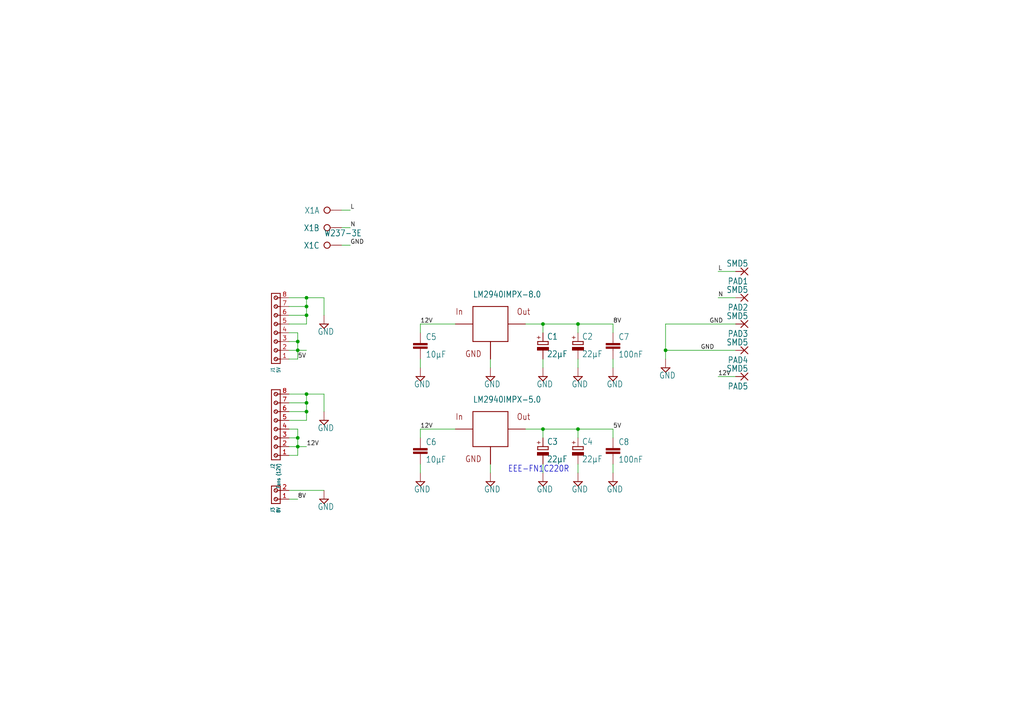
<source format=kicad_sch>
(kicad_sch
	(version 20231120)
	(generator "eeschema")
	(generator_version "8.0")
	(uuid "f695a05c-d01d-40be-862c-4ac2e7c6e260")
	(paper "A4")
	(lib_symbols
		(symbol "Multi_PWS_V1p0-eagle-import:691210910002"
			(exclude_from_sim no)
			(in_bom yes)
			(on_board yes)
			(property "Reference" "J"
				(at -4.88 -0.922 0)
				(effects
					(font
						(size 1.016 0.8636)
					)
					(justify right bottom)
				)
			)
			(property "Value" ""
				(at -4.83 -2.58 0)
				(effects
					(font
						(size 1.016 0.8636)
					)
					(justify right bottom)
				)
			)
			(property "Footprint" "Multi_PWS_V1p0:691210910002"
				(at 0 0 0)
				(effects
					(font
						(size 1.27 1.27)
					)
					(hide yes)
				)
			)
			(property "Datasheet" ""
				(at 0 0 0)
				(effects
					(font
						(size 1.27 1.27)
					)
					(hide yes)
				)
			)
			(property "Description" "WR-TBL Serie 2109 - 2.54 mm Horiz. Entry\n\nKIND PROPERTIES\n\nPitch 2.54 mm\n\nMATERIAL PROPERTIES\n\nInsulator Material PA66\nInsulator Flammability Rating UL94 V-0\nInsulator Color Green\nContact Material Brass\nContact Plating Copper over Zinc\nTerminal Screw Material Steel\nTerminal Screw Plating Zinc\nWire Guard Material Brass\n\nGENERAL INFORMATION\n\nOperating Temperature -40 up to +105 °C\nCompliance Lead free / RoHS\n\nELECTRICAL PROPERTIES\n\nIR cULus 6 A\nWorking Voltage [cULus] 150 V (AC)\nWithstanding Voltage [cULus] 1300 V (AC)\nContact Resistance [cULus] 20 mΩ\n\nMECHANICAL PROPERTIES\n\nWire Strip Length 4 up to 5 (mm)\nScrew M1.6\nSolid Wire Section (AWG) 30 to 18 (AWG)\nSolid Wire Section (Metric) 0.0509 to 0.823 (mm²)\nStranded Wire Section (AWG) 30 to 18 (AWG)\nStranded Wire Section (Metric) 0.0509 to 0.823 (mm²)\n\nCERTIFICATION\n\ncULus Approval E315414\n\nPACKAGING PROPERTIES\n\nPackaging Box\n\nhttps://katalog.we-online.com/media/images/v2/o33231v209%20Family_WR-TBL_69121091000x.jpg\n\nDetails see: https://katalog.we-online.com/en/em/TBL_2_54_2109_HORIZONTAL_ENTRY_69121091000X https://katalog.we-online.com/en/em/TBL_2_54_2109_HORIZONTAL_ENTRY_69121091000X\n\nUpdated by Ella Wu  2019-11-12\n2019(C) Wurth Elektronik"
				(at 0 0 0)
				(effects
					(font
						(size 1.27 1.27)
					)
					(hide yes)
				)
			)
			(property "ki_locked" ""
				(at 0 0 0)
				(effects
					(font
						(size 1.27 1.27)
					)
				)
			)
			(symbol "691210910002_1_0"
				(circle
					(center -2.54 -1.27)
					(radius 0.508)
					(stroke
						(width 0.254)
						(type solid)
					)
					(fill
						(type none)
					)
				)
				(circle
					(center 0 -1.27)
					(radius 0.508)
					(stroke
						(width 0.254)
						(type solid)
					)
					(fill
						(type none)
					)
				)
				(polyline
					(pts
						(xy -3.81 -2.54) (xy -3.81 0)
					)
					(stroke
						(width 0.254)
						(type solid)
					)
					(fill
						(type none)
					)
				)
				(polyline
					(pts
						(xy -3.81 0) (xy 1.27 0)
					)
					(stroke
						(width 0.254)
						(type solid)
					)
					(fill
						(type none)
					)
				)
				(polyline
					(pts
						(xy -2.54 -2.54) (xy -3.81 -2.54)
					)
					(stroke
						(width 0.254)
						(type solid)
					)
					(fill
						(type none)
					)
				)
				(polyline
					(pts
						(xy -2.54 -1.778) (xy -2.54 -2.54)
					)
					(stroke
						(width 0.254)
						(type solid)
					)
					(fill
						(type none)
					)
				)
				(polyline
					(pts
						(xy -2.286 -1.016) (xy -2.794 -1.524)
					)
					(stroke
						(width 0.1524)
						(type solid)
					)
					(fill
						(type none)
					)
				)
				(polyline
					(pts
						(xy 0 -2.54) (xy -2.54 -2.54)
					)
					(stroke
						(width 0.254)
						(type solid)
					)
					(fill
						(type none)
					)
				)
				(polyline
					(pts
						(xy 0 -1.778) (xy 0 -2.54)
					)
					(stroke
						(width 0.254)
						(type solid)
					)
					(fill
						(type none)
					)
				)
				(polyline
					(pts
						(xy 0.254 -1.016) (xy -0.254 -1.524)
					)
					(stroke
						(width 0.1524)
						(type solid)
					)
					(fill
						(type none)
					)
				)
				(polyline
					(pts
						(xy 1.27 -2.54) (xy 0 -2.54)
					)
					(stroke
						(width 0.254)
						(type solid)
					)
					(fill
						(type none)
					)
				)
				(polyline
					(pts
						(xy 1.27 0) (xy 1.27 -2.54)
					)
					(stroke
						(width 0.254)
						(type solid)
					)
					(fill
						(type none)
					)
				)
				(pin passive line
					(at -2.54 -5.08 90)
					(length 2.54)
					(name "1"
						(effects
							(font
								(size 0 0)
							)
						)
					)
					(number "1"
						(effects
							(font
								(size 1.27 1.27)
							)
						)
					)
				)
				(pin passive line
					(at 0 -5.08 90)
					(length 2.54)
					(name "2"
						(effects
							(font
								(size 0 0)
							)
						)
					)
					(number "2"
						(effects
							(font
								(size 1.27 1.27)
							)
						)
					)
				)
			)
		)
		(symbol "Multi_PWS_V1p0-eagle-import:691210910008"
			(exclude_from_sim no)
			(in_bom yes)
			(on_board yes)
			(property "Reference" "J"
				(at -12.5 -0.922 0)
				(effects
					(font
						(size 1.016 0.8636)
					)
					(justify right bottom)
				)
			)
			(property "Value" ""
				(at -12.45 -2.58 0)
				(effects
					(font
						(size 1.016 0.8636)
					)
					(justify right bottom)
				)
			)
			(property "Footprint" "Multi_PWS_V1p0:691210910008"
				(at 0 0 0)
				(effects
					(font
						(size 1.27 1.27)
					)
					(hide yes)
				)
			)
			(property "Datasheet" ""
				(at 0 0 0)
				(effects
					(font
						(size 1.27 1.27)
					)
					(hide yes)
				)
			)
			(property "Description" "WR-TBL Serie 2109 - 2.54 mm Horiz. Entry\n\nKIND PROPERTIES\n\nPitch 2.54 mm\n\nMATERIAL PROPERTIES\n\nInsulator Material PA66\nInsulator Flammability Rating UL94 V-0\nInsulator Color Green\nContact Material Brass\nContact Plating Copper over Zinc\nTerminal Screw Material Steel\nTerminal Screw Plating Zinc\nWire Guard Material Brass\n\nGENERAL INFORMATION\n\nOperating Temperature -40 up to +105 °C\nCompliance Lead free / RoHS\n\nELECTRICAL PROPERTIES\n\nIR cULus 6 A\nWorking Voltage [cULus] 150 V (AC)\nWithstanding Voltage [cULus] 1300 V (AC)\nContact Resistance [cULus] 20 mΩ\n\nMECHANICAL PROPERTIES\n\nWire Strip Length 4 up to 5 (mm)\nScrew M1.6\nSolid Wire Section (AWG) 30 to 18 (AWG)\nSolid Wire Section (Metric) 0.0509 to 0.823 (mm²)\nStranded Wire Section (AWG) 30 to 18 (AWG)\nStranded Wire Section (Metric) 0.0509 to 0.823 (mm²)\n\nCERTIFICATION\n\ncULus Approval E315414\n\nPACKAGING PROPERTIES\n\nPackaging Box\n\nhttps://katalog.we-online.com/media/images/v2/o33231v209%20Family_WR-TBL_69121091000x.jpg\n\nDetails see: https://katalog.we-online.com/en/em/TBL_2_54_2109_HORIZONTAL_ENTRY_69121091000X https://katalog.we-online.com/en/em/TBL_2_54_2109_HORIZONTAL_ENTRY_69121091000X\n\nUpdated by Ella Wu  2019-11-12\n2019(C) Wurth Elektronik"
				(at 0 0 0)
				(effects
					(font
						(size 1.27 1.27)
					)
					(hide yes)
				)
			)
			(property "ki_locked" ""
				(at 0 0 0)
				(effects
					(font
						(size 1.27 1.27)
					)
				)
			)
			(symbol "691210910008_1_0"
				(circle
					(center -10.16 -1.27)
					(radius 0.508)
					(stroke
						(width 0.254)
						(type solid)
					)
					(fill
						(type none)
					)
				)
				(circle
					(center -7.62 -1.27)
					(radius 0.508)
					(stroke
						(width 0.254)
						(type solid)
					)
					(fill
						(type none)
					)
				)
				(circle
					(center -5.08 -1.27)
					(radius 0.508)
					(stroke
						(width 0.254)
						(type solid)
					)
					(fill
						(type none)
					)
				)
				(circle
					(center -2.54 -1.27)
					(radius 0.508)
					(stroke
						(width 0.254)
						(type solid)
					)
					(fill
						(type none)
					)
				)
				(circle
					(center 0 -1.27)
					(radius 0.508)
					(stroke
						(width 0.254)
						(type solid)
					)
					(fill
						(type none)
					)
				)
				(polyline
					(pts
						(xy -11.43 -2.54) (xy -11.43 0)
					)
					(stroke
						(width 0.254)
						(type solid)
					)
					(fill
						(type none)
					)
				)
				(polyline
					(pts
						(xy -11.43 0) (xy 8.89 0)
					)
					(stroke
						(width 0.254)
						(type solid)
					)
					(fill
						(type none)
					)
				)
				(polyline
					(pts
						(xy -10.16 -1.778) (xy -10.16 -2.54)
					)
					(stroke
						(width 0.254)
						(type solid)
					)
					(fill
						(type none)
					)
				)
				(polyline
					(pts
						(xy -9.906 -1.016) (xy -10.414 -1.524)
					)
					(stroke
						(width 0.1524)
						(type solid)
					)
					(fill
						(type none)
					)
				)
				(polyline
					(pts
						(xy -7.62 -1.778) (xy -7.62 -2.54)
					)
					(stroke
						(width 0.254)
						(type solid)
					)
					(fill
						(type none)
					)
				)
				(polyline
					(pts
						(xy -7.366 -1.016) (xy -7.874 -1.524)
					)
					(stroke
						(width 0.1524)
						(type solid)
					)
					(fill
						(type none)
					)
				)
				(polyline
					(pts
						(xy -5.08 -1.778) (xy -5.08 -2.54)
					)
					(stroke
						(width 0.254)
						(type solid)
					)
					(fill
						(type none)
					)
				)
				(polyline
					(pts
						(xy -4.826 -1.016) (xy -5.334 -1.524)
					)
					(stroke
						(width 0.1524)
						(type solid)
					)
					(fill
						(type none)
					)
				)
				(polyline
					(pts
						(xy -2.54 -1.778) (xy -2.54 -2.54)
					)
					(stroke
						(width 0.254)
						(type solid)
					)
					(fill
						(type none)
					)
				)
				(polyline
					(pts
						(xy -2.286 -1.016) (xy -2.794 -1.524)
					)
					(stroke
						(width 0.1524)
						(type solid)
					)
					(fill
						(type none)
					)
				)
				(polyline
					(pts
						(xy 0 -1.778) (xy 0 -2.54)
					)
					(stroke
						(width 0.254)
						(type solid)
					)
					(fill
						(type none)
					)
				)
				(polyline
					(pts
						(xy 0.254 -1.016) (xy -0.254 -1.524)
					)
					(stroke
						(width 0.1524)
						(type solid)
					)
					(fill
						(type none)
					)
				)
				(polyline
					(pts
						(xy 2.54 -1.778) (xy 2.54 -2.54)
					)
					(stroke
						(width 0.254)
						(type solid)
					)
					(fill
						(type none)
					)
				)
				(polyline
					(pts
						(xy 2.794 -1.016) (xy 2.286 -1.524)
					)
					(stroke
						(width 0.1524)
						(type solid)
					)
					(fill
						(type none)
					)
				)
				(polyline
					(pts
						(xy 5.08 -1.778) (xy 5.08 -2.54)
					)
					(stroke
						(width 0.254)
						(type solid)
					)
					(fill
						(type none)
					)
				)
				(polyline
					(pts
						(xy 5.334 -1.016) (xy 4.826 -1.524)
					)
					(stroke
						(width 0.1524)
						(type solid)
					)
					(fill
						(type none)
					)
				)
				(polyline
					(pts
						(xy 7.62 -1.778) (xy 7.62 -2.54)
					)
					(stroke
						(width 0.254)
						(type solid)
					)
					(fill
						(type none)
					)
				)
				(polyline
					(pts
						(xy 7.874 -1.016) (xy 7.366 -1.524)
					)
					(stroke
						(width 0.1524)
						(type solid)
					)
					(fill
						(type none)
					)
				)
				(polyline
					(pts
						(xy 8.89 -2.54) (xy -11.43 -2.54)
					)
					(stroke
						(width 0.254)
						(type solid)
					)
					(fill
						(type none)
					)
				)
				(polyline
					(pts
						(xy 8.89 0) (xy 8.89 -2.54)
					)
					(stroke
						(width 0.254)
						(type solid)
					)
					(fill
						(type none)
					)
				)
				(circle
					(center 2.54 -1.27)
					(radius 0.508)
					(stroke
						(width 0.254)
						(type solid)
					)
					(fill
						(type none)
					)
				)
				(circle
					(center 5.08 -1.27)
					(radius 0.508)
					(stroke
						(width 0.254)
						(type solid)
					)
					(fill
						(type none)
					)
				)
				(circle
					(center 7.62 -1.27)
					(radius 0.508)
					(stroke
						(width 0.254)
						(type solid)
					)
					(fill
						(type none)
					)
				)
				(pin passive line
					(at -10.16 -5.08 90)
					(length 2.54)
					(name "1"
						(effects
							(font
								(size 0 0)
							)
						)
					)
					(number "1"
						(effects
							(font
								(size 1.27 1.27)
							)
						)
					)
				)
				(pin passive line
					(at -7.62 -5.08 90)
					(length 2.54)
					(name "2"
						(effects
							(font
								(size 0 0)
							)
						)
					)
					(number "2"
						(effects
							(font
								(size 1.27 1.27)
							)
						)
					)
				)
				(pin passive line
					(at -5.08 -5.08 90)
					(length 2.54)
					(name "3"
						(effects
							(font
								(size 0 0)
							)
						)
					)
					(number "3"
						(effects
							(font
								(size 1.27 1.27)
							)
						)
					)
				)
				(pin passive line
					(at -2.54 -5.08 90)
					(length 2.54)
					(name "4"
						(effects
							(font
								(size 0 0)
							)
						)
					)
					(number "4"
						(effects
							(font
								(size 1.27 1.27)
							)
						)
					)
				)
				(pin passive line
					(at 0 -5.08 90)
					(length 2.54)
					(name "5"
						(effects
							(font
								(size 0 0)
							)
						)
					)
					(number "5"
						(effects
							(font
								(size 1.27 1.27)
							)
						)
					)
				)
				(pin passive line
					(at 2.54 -5.08 90)
					(length 2.54)
					(name "6"
						(effects
							(font
								(size 0 0)
							)
						)
					)
					(number "6"
						(effects
							(font
								(size 1.27 1.27)
							)
						)
					)
				)
				(pin passive line
					(at 5.08 -5.08 90)
					(length 2.54)
					(name "7"
						(effects
							(font
								(size 0 0)
							)
						)
					)
					(number "7"
						(effects
							(font
								(size 1.27 1.27)
							)
						)
					)
				)
				(pin passive line
					(at 7.62 -5.08 90)
					(length 2.54)
					(name "8"
						(effects
							(font
								(size 0 0)
							)
						)
					)
					(number "8"
						(effects
							(font
								(size 1.27 1.27)
							)
						)
					)
				)
			)
		)
		(symbol "Multi_PWS_V1p0-eagle-import:C-EUC1210"
			(exclude_from_sim no)
			(in_bom yes)
			(on_board yes)
			(property "Reference" "C"
				(at 1.524 0.381 0)
				(effects
					(font
						(size 1.778 1.5113)
					)
					(justify left bottom)
				)
			)
			(property "Value" ""
				(at 1.524 -4.699 0)
				(effects
					(font
						(size 1.778 1.5113)
					)
					(justify left bottom)
				)
			)
			(property "Footprint" "Multi_PWS_V1p0:C1210"
				(at 0 0 0)
				(effects
					(font
						(size 1.27 1.27)
					)
					(hide yes)
				)
			)
			(property "Datasheet" ""
				(at 0 0 0)
				(effects
					(font
						(size 1.27 1.27)
					)
					(hide yes)
				)
			)
			(property "Description" "CAPACITOR, European symbol"
				(at 0 0 0)
				(effects
					(font
						(size 1.27 1.27)
					)
					(hide yes)
				)
			)
			(property "ki_locked" ""
				(at 0 0 0)
				(effects
					(font
						(size 1.27 1.27)
					)
				)
			)
			(symbol "C-EUC1210_1_0"
				(rectangle
					(start -2.032 -2.032)
					(end 2.032 -1.524)
					(stroke
						(width 0)
						(type default)
					)
					(fill
						(type outline)
					)
				)
				(rectangle
					(start -2.032 -1.016)
					(end 2.032 -0.508)
					(stroke
						(width 0)
						(type default)
					)
					(fill
						(type outline)
					)
				)
				(polyline
					(pts
						(xy 0 -2.54) (xy 0 -2.032)
					)
					(stroke
						(width 0.1524)
						(type solid)
					)
					(fill
						(type none)
					)
				)
				(polyline
					(pts
						(xy 0 0) (xy 0 -0.508)
					)
					(stroke
						(width 0.1524)
						(type solid)
					)
					(fill
						(type none)
					)
				)
				(pin passive line
					(at 0 2.54 270)
					(length 2.54)
					(name "1"
						(effects
							(font
								(size 0 0)
							)
						)
					)
					(number "1"
						(effects
							(font
								(size 0 0)
							)
						)
					)
				)
				(pin passive line
					(at 0 -5.08 90)
					(length 2.54)
					(name "2"
						(effects
							(font
								(size 0 0)
							)
						)
					)
					(number "2"
						(effects
							(font
								(size 0 0)
							)
						)
					)
				)
			)
		)
		(symbol "Multi_PWS_V1p0-eagle-import:CPOL-EUB"
			(exclude_from_sim no)
			(in_bom yes)
			(on_board yes)
			(property "Reference" "C"
				(at 1.143 0.4826 0)
				(effects
					(font
						(size 1.778 1.5113)
					)
					(justify left bottom)
				)
			)
			(property "Value" ""
				(at 1.143 -4.5974 0)
				(effects
					(font
						(size 1.778 1.5113)
					)
					(justify left bottom)
				)
			)
			(property "Footprint" "Multi_PWS_V1p0:PANASONIC_B"
				(at 0 0 0)
				(effects
					(font
						(size 1.27 1.27)
					)
					(hide yes)
				)
			)
			(property "Datasheet" ""
				(at 0 0 0)
				(effects
					(font
						(size 1.27 1.27)
					)
					(hide yes)
				)
			)
			(property "Description" "POLARIZED CAPACITOR, European symbol"
				(at 0 0 0)
				(effects
					(font
						(size 1.27 1.27)
					)
					(hide yes)
				)
			)
			(property "ki_locked" ""
				(at 0 0 0)
				(effects
					(font
						(size 1.27 1.27)
					)
				)
			)
			(symbol "CPOL-EUB_1_0"
				(rectangle
					(start -1.651 -2.54)
					(end 1.651 -1.651)
					(stroke
						(width 0)
						(type default)
					)
					(fill
						(type outline)
					)
				)
				(polyline
					(pts
						(xy -1.524 -0.889) (xy 1.524 -0.889)
					)
					(stroke
						(width 0.254)
						(type solid)
					)
					(fill
						(type none)
					)
				)
				(polyline
					(pts
						(xy -1.524 0) (xy -1.524 -0.889)
					)
					(stroke
						(width 0.254)
						(type solid)
					)
					(fill
						(type none)
					)
				)
				(polyline
					(pts
						(xy -1.524 0) (xy 1.524 0)
					)
					(stroke
						(width 0.254)
						(type solid)
					)
					(fill
						(type none)
					)
				)
				(polyline
					(pts
						(xy 1.524 -0.889) (xy 1.524 0)
					)
					(stroke
						(width 0.254)
						(type solid)
					)
					(fill
						(type none)
					)
				)
				(text "+"
					(at -0.5842 0.4064 900)
					(effects
						(font
							(size 1.27 1.0795)
						)
						(justify left bottom)
					)
				)
				(pin passive line
					(at 0 2.54 270)
					(length 2.54)
					(name "+"
						(effects
							(font
								(size 0 0)
							)
						)
					)
					(number "+"
						(effects
							(font
								(size 0 0)
							)
						)
					)
				)
				(pin passive line
					(at 0 -5.08 90)
					(length 2.54)
					(name "-"
						(effects
							(font
								(size 0 0)
							)
						)
					)
					(number "-"
						(effects
							(font
								(size 0 0)
							)
						)
					)
				)
			)
		)
		(symbol "Multi_PWS_V1p0-eagle-import:GND"
			(power)
			(exclude_from_sim no)
			(in_bom yes)
			(on_board yes)
			(property "Reference" "#SUPPLY"
				(at 0 0 0)
				(effects
					(font
						(size 1.27 1.27)
					)
					(hide yes)
				)
			)
			(property "Value" ""
				(at -1.905 -3.175 0)
				(effects
					(font
						(size 1.778 1.5113)
					)
					(justify left bottom)
				)
			)
			(property "Footprint" ""
				(at 0 0 0)
				(effects
					(font
						(size 1.27 1.27)
					)
					(hide yes)
				)
			)
			(property "Datasheet" ""
				(at 0 0 0)
				(effects
					(font
						(size 1.27 1.27)
					)
					(hide yes)
				)
			)
			(property "Description" "SUPPLY SYMBOL"
				(at 0 0 0)
				(effects
					(font
						(size 1.27 1.27)
					)
					(hide yes)
				)
			)
			(property "ki_locked" ""
				(at 0 0 0)
				(effects
					(font
						(size 1.27 1.27)
					)
				)
			)
			(symbol "GND_1_0"
				(polyline
					(pts
						(xy -1.27 0) (xy 1.27 0)
					)
					(stroke
						(width 0.254)
						(type solid)
					)
					(fill
						(type none)
					)
				)
				(polyline
					(pts
						(xy 0 -1.27) (xy -1.27 0)
					)
					(stroke
						(width 0.254)
						(type solid)
					)
					(fill
						(type none)
					)
				)
				(polyline
					(pts
						(xy 1.27 0) (xy 0 -1.27)
					)
					(stroke
						(width 0.254)
						(type solid)
					)
					(fill
						(type none)
					)
				)
				(pin power_in line
					(at 0 2.54 270)
					(length 2.54)
					(name "GND"
						(effects
							(font
								(size 0 0)
							)
						)
					)
					(number "1"
						(effects
							(font
								(size 0 0)
							)
						)
					)
				)
			)
		)
		(symbol "Multi_PWS_V1p0-eagle-import:LM2940IMP"
			(exclude_from_sim no)
			(in_bom yes)
			(on_board yes)
			(property "Reference" ""
				(at 0 0 0)
				(effects
					(font
						(size 1.27 1.27)
					)
					(hide yes)
				)
			)
			(property "Value" ""
				(at -5.08 10.16 0)
				(effects
					(font
						(size 1.778 1.5113)
					)
					(justify left bottom)
					(hide yes)
				)
			)
			(property "Footprint" "Multi_PWS_V1p0:SOT223"
				(at 0 0 0)
				(effects
					(font
						(size 1.27 1.27)
					)
					(hide yes)
				)
			)
			(property "Datasheet" ""
				(at 0 0 0)
				(effects
					(font
						(size 1.27 1.27)
					)
					(hide yes)
				)
			)
			(property "Description" "Voltage Regulator LM2940x fixed voltage"
				(at 0 0 0)
				(effects
					(font
						(size 1.27 1.27)
					)
					(hide yes)
				)
			)
			(property "ki_locked" ""
				(at 0 0 0)
				(effects
					(font
						(size 1.27 1.27)
					)
				)
			)
			(symbol "LM2940IMP_1_0"
				(polyline
					(pts
						(xy -5.08 -2.54) (xy 5.08 -2.54)
					)
					(stroke
						(width 0.254)
						(type solid)
					)
					(fill
						(type none)
					)
				)
				(polyline
					(pts
						(xy -5.08 7.62) (xy -5.08 -2.54)
					)
					(stroke
						(width 0.254)
						(type solid)
					)
					(fill
						(type none)
					)
				)
				(polyline
					(pts
						(xy 5.08 -2.54) (xy 5.08 7.62)
					)
					(stroke
						(width 0.254)
						(type solid)
					)
					(fill
						(type none)
					)
				)
				(polyline
					(pts
						(xy 5.08 7.62) (xy -5.08 7.62)
					)
					(stroke
						(width 0.254)
						(type solid)
					)
					(fill
						(type none)
					)
				)
				(text "GND"
					(at -2.54 -5.08 0)
					(effects
						(font
							(size 1.778 1.5113)
						)
						(justify right top)
					)
				)
				(text "In"
					(at -10.16 5.08 0)
					(effects
						(font
							(size 1.778 1.5113)
						)
						(justify left bottom)
					)
				)
				(text "Out"
					(at 7.62 5.08 0)
					(effects
						(font
							(size 1.778 1.5113)
						)
						(justify left bottom)
					)
				)
				(pin bidirectional line
					(at -10.16 2.54 0)
					(length 5.08)
					(name "IN"
						(effects
							(font
								(size 0 0)
							)
						)
					)
					(number "1"
						(effects
							(font
								(size 0 0)
							)
						)
					)
				)
				(pin bidirectional line
					(at 0 -7.62 90)
					(length 5.08)
					(name "GND"
						(effects
							(font
								(size 0 0)
							)
						)
					)
					(number "2"
						(effects
							(font
								(size 0 0)
							)
						)
					)
				)
				(pin power_in line
					(at 10.16 2.54 180)
					(length 5.08)
					(name "VCC"
						(effects
							(font
								(size 0 0)
							)
						)
					)
					(number "3"
						(effects
							(font
								(size 0 0)
							)
						)
					)
				)
				(pin bidirectional line
					(at 0 -7.62 90)
					(length 5.08)
					(name "GND"
						(effects
							(font
								(size 0 0)
							)
						)
					)
					(number "4"
						(effects
							(font
								(size 0 0)
							)
						)
					)
				)
			)
		)
		(symbol "Multi_PWS_V1p0-eagle-import:SMD5"
			(exclude_from_sim no)
			(in_bom yes)
			(on_board yes)
			(property "Reference" "PAD"
				(at -1.143 1.8542 0)
				(effects
					(font
						(size 1.778 1.5113)
					)
					(justify left bottom)
				)
			)
			(property "Value" ""
				(at -1.143 -3.302 0)
				(effects
					(font
						(size 1.778 1.5113)
					)
					(justify left bottom)
				)
			)
			(property "Footprint" "Multi_PWS_V1p0:SMD2,54-5,08"
				(at 0 0 0)
				(effects
					(font
						(size 1.27 1.27)
					)
					(hide yes)
				)
			)
			(property "Datasheet" ""
				(at 0 0 0)
				(effects
					(font
						(size 1.27 1.27)
					)
					(hide yes)
				)
			)
			(property "Description" "SMD PAD"
				(at 0 0 0)
				(effects
					(font
						(size 1.27 1.27)
					)
					(hide yes)
				)
			)
			(property "ki_locked" ""
				(at 0 0 0)
				(effects
					(font
						(size 1.27 1.27)
					)
				)
			)
			(symbol "SMD5_1_0"
				(polyline
					(pts
						(xy -1.016 -1.016) (xy 1.016 1.016)
					)
					(stroke
						(width 0.254)
						(type solid)
					)
					(fill
						(type none)
					)
				)
				(polyline
					(pts
						(xy -1.016 1.016) (xy 1.016 -1.016)
					)
					(stroke
						(width 0.254)
						(type solid)
					)
					(fill
						(type none)
					)
				)
				(pin passive line
					(at 2.54 0 180)
					(length 2.54)
					(name "P"
						(effects
							(font
								(size 0 0)
							)
						)
					)
					(number "1"
						(effects
							(font
								(size 0 0)
							)
						)
					)
				)
			)
		)
		(symbol "Multi_PWS_V1p0-eagle-import:W237-3E"
			(exclude_from_sim no)
			(in_bom yes)
			(on_board yes)
			(property "Reference" "X"
				(at -1.27 0.889 0)
				(effects
					(font
						(size 1.778 1.5113)
					)
					(justify right top)
				)
			)
			(property "Value" ""
				(at 0 2.54 0)
				(effects
					(font
						(size 1.778 1.5113)
					)
					(justify left bottom)
					(hide yes)
				)
			)
			(property "Footprint" "Multi_PWS_V1p0:W237-3E"
				(at 0 0 0)
				(effects
					(font
						(size 1.27 1.27)
					)
					(hide yes)
				)
			)
			(property "Datasheet" ""
				(at 0 0 0)
				(effects
					(font
						(size 1.27 1.27)
					)
					(hide yes)
				)
			)
			(property "Description" "WAGO SREW CLAMP"
				(at 0 0 0)
				(effects
					(font
						(size 1.27 1.27)
					)
					(hide yes)
				)
			)
			(property "ki_locked" ""
				(at 0 0 0)
				(effects
					(font
						(size 1.27 1.27)
					)
				)
			)
			(symbol "W237-3E_1_0"
				(polyline
					(pts
						(xy 1.778 0) (xy 2.54 0)
					)
					(stroke
						(width 0.1524)
						(type solid)
					)
					(fill
						(type none)
					)
				)
				(circle
					(center 0.889 0)
					(radius 0.898)
					(stroke
						(width 0.254)
						(type solid)
					)
					(fill
						(type none)
					)
				)
				(pin passive line
					(at 5.08 0 180)
					(length 2.54)
					(name "KL"
						(effects
							(font
								(size 0 0)
							)
						)
					)
					(number "1"
						(effects
							(font
								(size 0 0)
							)
						)
					)
				)
			)
			(symbol "W237-3E_2_0"
				(polyline
					(pts
						(xy 1.778 0) (xy 2.54 0)
					)
					(stroke
						(width 0.1524)
						(type solid)
					)
					(fill
						(type none)
					)
				)
				(circle
					(center 0.889 0)
					(radius 0.898)
					(stroke
						(width 0.254)
						(type solid)
					)
					(fill
						(type none)
					)
				)
				(pin passive line
					(at 5.08 0 180)
					(length 2.54)
					(name "KL"
						(effects
							(font
								(size 0 0)
							)
						)
					)
					(number "2"
						(effects
							(font
								(size 0 0)
							)
						)
					)
				)
			)
			(symbol "W237-3E_3_0"
				(polyline
					(pts
						(xy 1.778 0) (xy 2.54 0)
					)
					(stroke
						(width 0.1524)
						(type solid)
					)
					(fill
						(type none)
					)
				)
				(circle
					(center 0.889 0)
					(radius 0.898)
					(stroke
						(width 0.254)
						(type solid)
					)
					(fill
						(type none)
					)
				)
				(pin passive line
					(at 5.08 0 180)
					(length 2.54)
					(name "KL"
						(effects
							(font
								(size 0 0)
							)
						)
					)
					(number "3"
						(effects
							(font
								(size 0 0)
							)
						)
					)
				)
			)
		)
	)
	(junction
		(at 88.9 114.3)
		(diameter 0)
		(color 0 0 0 0)
		(uuid "102a3d6f-13df-4252-97de-2ca5ad674374")
	)
	(junction
		(at 193.04 101.6)
		(diameter 0)
		(color 0 0 0 0)
		(uuid "176da77f-44f4-4a1f-b9eb-0c7221b24e56")
	)
	(junction
		(at 157.48 124.46)
		(diameter 0)
		(color 0 0 0 0)
		(uuid "1a00e9a3-99ce-4988-9fb1-9b61d8b5dba6")
	)
	(junction
		(at 88.9 119.38)
		(diameter 0)
		(color 0 0 0 0)
		(uuid "2485be8e-3798-4d51-b3b5-f7e0c694810c")
	)
	(junction
		(at 167.64 124.46)
		(diameter 0)
		(color 0 0 0 0)
		(uuid "4455d0a6-0d09-4a00-aa8f-67b0d9ad8207")
	)
	(junction
		(at 157.48 93.98)
		(diameter 0)
		(color 0 0 0 0)
		(uuid "639c0654-79d9-4254-b45a-f6894cbb7935")
	)
	(junction
		(at 167.64 93.98)
		(diameter 0)
		(color 0 0 0 0)
		(uuid "9efaeed8-8da5-4d7e-ba10-b77f8e34f497")
	)
	(junction
		(at 86.36 129.54)
		(diameter 0)
		(color 0 0 0 0)
		(uuid "a9b93136-1ee1-4449-9a44-6059cd80761c")
	)
	(junction
		(at 88.9 91.44)
		(diameter 0)
		(color 0 0 0 0)
		(uuid "b14087f4-4515-4e7a-a017-7ecf848d8566")
	)
	(junction
		(at 88.9 88.9)
		(diameter 0)
		(color 0 0 0 0)
		(uuid "b750642d-b273-45bc-9a10-48a68e6a83fb")
	)
	(junction
		(at 88.9 116.84)
		(diameter 0)
		(color 0 0 0 0)
		(uuid "b85b5eb5-3c70-45d0-a883-87730432499d")
	)
	(junction
		(at 86.36 99.06)
		(diameter 0)
		(color 0 0 0 0)
		(uuid "d32b0061-2c08-430f-a3f2-4bbf36be60f8")
	)
	(junction
		(at 88.9 86.36)
		(diameter 0)
		(color 0 0 0 0)
		(uuid "dea2eb11-ea9b-4bf0-bf83-c636aa2a569e")
	)
	(junction
		(at 86.36 101.6)
		(diameter 0)
		(color 0 0 0 0)
		(uuid "dfb7eec1-1025-4101-88df-843bdfc283b0")
	)
	(junction
		(at 86.36 127)
		(diameter 0)
		(color 0 0 0 0)
		(uuid "f73fc5b1-ed6b-4fbf-aeff-5365a0168b27")
	)
	(wire
		(pts
			(xy 177.8 106.68) (xy 177.8 104.14)
		)
		(stroke
			(width 0.1524)
			(type solid)
		)
		(uuid "015c65db-0067-4096-a72b-11a51b0d5b2f")
	)
	(wire
		(pts
			(xy 88.9 91.44) (xy 88.9 88.9)
		)
		(stroke
			(width 0.1524)
			(type solid)
		)
		(uuid "0673b440-afcc-493b-b1a6-2eb7135d6a55")
	)
	(wire
		(pts
			(xy 86.36 101.6) (xy 88.9 101.6)
		)
		(stroke
			(width 0.1524)
			(type solid)
		)
		(uuid "079db568-a7c6-41b6-8e35-d3a70bf09cb0")
	)
	(wire
		(pts
			(xy 132.08 124.46) (xy 121.92 124.46)
		)
		(stroke
			(width 0.1524)
			(type solid)
		)
		(uuid "07df32ed-f54d-49a8-902e-5e99dbb57ac3")
	)
	(wire
		(pts
			(xy 86.36 129.54) (xy 86.36 127)
		)
		(stroke
			(width 0.1524)
			(type solid)
		)
		(uuid "18f36775-33e8-4bd2-8cbc-6edbdbb9cfd8")
	)
	(wire
		(pts
			(xy 83.82 91.44) (xy 88.9 91.44)
		)
		(stroke
			(width 0.1524)
			(type solid)
		)
		(uuid "1c73ca2b-dee8-4e37-80e7-a2f94429743a")
	)
	(wire
		(pts
			(xy 132.08 93.98) (xy 121.92 93.98)
		)
		(stroke
			(width 0.1524)
			(type solid)
		)
		(uuid "1ef2372f-95d7-46b1-a17e-2caad5bd10d8")
	)
	(wire
		(pts
			(xy 167.64 127) (xy 167.64 124.46)
		)
		(stroke
			(width 0.1524)
			(type solid)
		)
		(uuid "1fb56402-6a22-47aa-bcd5-281352319687")
	)
	(wire
		(pts
			(xy 177.8 93.98) (xy 167.64 93.98)
		)
		(stroke
			(width 0.1524)
			(type solid)
		)
		(uuid "211e7827-022e-47ff-b421-f4c5d12960ea")
	)
	(wire
		(pts
			(xy 157.48 104.14) (xy 157.48 106.68)
		)
		(stroke
			(width 0.1524)
			(type solid)
		)
		(uuid "24eae945-e3af-4925-9079-7c734d4fe95d")
	)
	(wire
		(pts
			(xy 86.36 124.46) (xy 83.82 124.46)
		)
		(stroke
			(width 0.1524)
			(type solid)
		)
		(uuid "26cb02b2-4aaf-44ca-af5d-935bb9cb6a4a")
	)
	(wire
		(pts
			(xy 86.36 132.08) (xy 86.36 129.54)
		)
		(stroke
			(width 0.1524)
			(type solid)
		)
		(uuid "27217677-3bdf-448e-ac6f-9c3fe09022a4")
	)
	(wire
		(pts
			(xy 86.36 127) (xy 86.36 124.46)
		)
		(stroke
			(width 0.1524)
			(type solid)
		)
		(uuid "2aeee1c3-8c6f-4548-b293-6d8eba2b3925")
	)
	(wire
		(pts
			(xy 88.9 114.3) (xy 93.98 114.3)
		)
		(stroke
			(width 0.1524)
			(type solid)
		)
		(uuid "2b519f06-4ca6-4d76-bf7d-56d3abcc939d")
	)
	(wire
		(pts
			(xy 167.64 93.98) (xy 157.48 93.98)
		)
		(stroke
			(width 0.1524)
			(type solid)
		)
		(uuid "2cfabbd1-267f-474e-ace4-45f322a20361")
	)
	(wire
		(pts
			(xy 86.36 129.54) (xy 88.9 129.54)
		)
		(stroke
			(width 0.1524)
			(type solid)
		)
		(uuid "31d24ac9-d8da-406f-a384-8826797d489a")
	)
	(wire
		(pts
			(xy 193.04 93.98) (xy 193.04 101.6)
		)
		(stroke
			(width 0.1524)
			(type solid)
		)
		(uuid "3a374c80-6149-438a-b732-3d2b59cc459f")
	)
	(wire
		(pts
			(xy 99.06 71.12) (xy 101.6 71.12)
		)
		(stroke
			(width 0.1524)
			(type solid)
		)
		(uuid "3b8be2ed-80a3-4971-95cc-6b6abb7aaff8")
	)
	(wire
		(pts
			(xy 157.48 124.46) (xy 157.48 127)
		)
		(stroke
			(width 0.1524)
			(type solid)
		)
		(uuid "3ef1f9f6-c685-4c22-90f6-723156d7df7e")
	)
	(wire
		(pts
			(xy 83.82 121.92) (xy 88.9 121.92)
		)
		(stroke
			(width 0.1524)
			(type solid)
		)
		(uuid "400036ab-1140-4ca3-ade1-452e2900e7e1")
	)
	(wire
		(pts
			(xy 167.64 134.62) (xy 167.64 137.16)
		)
		(stroke
			(width 0.1524)
			(type solid)
		)
		(uuid "456d4530-6d9a-4349-9fdd-1c6b1eedb491")
	)
	(wire
		(pts
			(xy 88.9 86.36) (xy 93.98 86.36)
		)
		(stroke
			(width 0.1524)
			(type solid)
		)
		(uuid "4e0e821e-538a-4f6f-9d9c-41e52efaec74")
	)
	(wire
		(pts
			(xy 213.36 93.98) (xy 193.04 93.98)
		)
		(stroke
			(width 0.1524)
			(type solid)
		)
		(uuid "52671526-d1e8-421b-a8c8-ec8185f48988")
	)
	(wire
		(pts
			(xy 83.82 93.98) (xy 88.9 93.98)
		)
		(stroke
			(width 0.1524)
			(type solid)
		)
		(uuid "54441bd1-2db4-4e30-b759-0c1354b39df1")
	)
	(wire
		(pts
			(xy 121.92 124.46) (xy 121.92 127)
		)
		(stroke
			(width 0.1524)
			(type solid)
		)
		(uuid "59b08b74-6855-4b5c-8e34-61710b95986e")
	)
	(wire
		(pts
			(xy 121.92 134.62) (xy 121.92 137.16)
		)
		(stroke
			(width 0.1524)
			(type solid)
		)
		(uuid "5a385cf9-40e3-4de3-9480-6d9aa4e08f6f")
	)
	(wire
		(pts
			(xy 88.9 119.38) (xy 88.9 116.84)
		)
		(stroke
			(width 0.1524)
			(type solid)
		)
		(uuid "5f7d63f3-0ed3-48ba-8cd8-ca99472da0e6")
	)
	(wire
		(pts
			(xy 142.24 104.14) (xy 142.24 106.68)
		)
		(stroke
			(width 0.1524)
			(type solid)
		)
		(uuid "6055ed97-8410-4ed3-a555-b8ae8dc37e2e")
	)
	(wire
		(pts
			(xy 157.48 134.62) (xy 157.48 137.16)
		)
		(stroke
			(width 0.1524)
			(type solid)
		)
		(uuid "62ac1a3e-4d2e-4a64-8b0a-f0668a619bd0")
	)
	(wire
		(pts
			(xy 86.36 96.52) (xy 83.82 96.52)
		)
		(stroke
			(width 0.1524)
			(type solid)
		)
		(uuid "654ea843-ec42-4b24-a94b-186f67326582")
	)
	(wire
		(pts
			(xy 213.36 86.36) (xy 208.28 86.36)
		)
		(stroke
			(width 0.1524)
			(type solid)
		)
		(uuid "6a0c3823-31cb-4b74-88d3-59ebac7e0a9c")
	)
	(wire
		(pts
			(xy 83.82 104.14) (xy 86.36 104.14)
		)
		(stroke
			(width 0.1524)
			(type solid)
		)
		(uuid "6b2bbc76-0720-4cfc-809a-6b9f7247f069")
	)
	(wire
		(pts
			(xy 121.92 93.98) (xy 121.92 96.52)
		)
		(stroke
			(width 0.1524)
			(type solid)
		)
		(uuid "6c681043-2c3f-4ee5-a8ff-247443fd0ee3")
	)
	(wire
		(pts
			(xy 83.82 132.08) (xy 86.36 132.08)
		)
		(stroke
			(width 0.1524)
			(type solid)
		)
		(uuid "6cb115b7-aedf-4100-9a85-c8c1ff544ebd")
	)
	(wire
		(pts
			(xy 177.8 127) (xy 177.8 124.46)
		)
		(stroke
			(width 0.1524)
			(type solid)
		)
		(uuid "6fe275cb-55f6-440f-8a9a-682f7fec6e32")
	)
	(wire
		(pts
			(xy 88.9 116.84) (xy 88.9 114.3)
		)
		(stroke
			(width 0.1524)
			(type solid)
		)
		(uuid "748f98a5-8cff-4586-ab4f-dd078e6af9f4")
	)
	(wire
		(pts
			(xy 83.82 101.6) (xy 86.36 101.6)
		)
		(stroke
			(width 0.1524)
			(type solid)
		)
		(uuid "7667aef0-a70d-466c-9a07-6d12d554dffd")
	)
	(wire
		(pts
			(xy 86.36 99.06) (xy 86.36 96.52)
		)
		(stroke
			(width 0.1524)
			(type solid)
		)
		(uuid "776a3e03-09b7-4e7a-93b7-923243f772eb")
	)
	(wire
		(pts
			(xy 83.82 88.9) (xy 88.9 88.9)
		)
		(stroke
			(width 0.1524)
			(type solid)
		)
		(uuid "7e469056-bcc8-4e5b-bcf3-49c71212ebbd")
	)
	(wire
		(pts
			(xy 99.06 60.96) (xy 101.6 60.96)
		)
		(stroke
			(width 0.1524)
			(type solid)
		)
		(uuid "7f479637-47da-4a08-a82b-40e726b4d773")
	)
	(wire
		(pts
			(xy 142.24 134.62) (xy 142.24 137.16)
		)
		(stroke
			(width 0.1524)
			(type solid)
		)
		(uuid "803f0330-060d-4209-9a6f-a957c8578849")
	)
	(wire
		(pts
			(xy 83.82 116.84) (xy 88.9 116.84)
		)
		(stroke
			(width 0.1524)
			(type solid)
		)
		(uuid "84cf93fc-7b12-4360-b8ef-fb3baa62d8cf")
	)
	(wire
		(pts
			(xy 83.82 142.24) (xy 93.98 142.24)
		)
		(stroke
			(width 0.1524)
			(type solid)
		)
		(uuid "85c0d59b-a1fd-46c0-bec1-276bcc7d9b00")
	)
	(wire
		(pts
			(xy 93.98 86.36) (xy 93.98 91.44)
		)
		(stroke
			(width 0.1524)
			(type solid)
		)
		(uuid "8637dace-ace2-4efa-833e-cac1deaef262")
	)
	(wire
		(pts
			(xy 83.82 127) (xy 86.36 127)
		)
		(stroke
			(width 0.1524)
			(type solid)
		)
		(uuid "8e26d335-c80e-4ef4-8e1e-8319bfec45f4")
	)
	(wire
		(pts
			(xy 93.98 114.3) (xy 93.98 119.38)
		)
		(stroke
			(width 0.1524)
			(type solid)
		)
		(uuid "90e61b2d-db5c-4481-8c2f-da8c83d9f2cf")
	)
	(wire
		(pts
			(xy 193.04 101.6) (xy 193.04 104.14)
		)
		(stroke
			(width 0.1524)
			(type solid)
		)
		(uuid "91ad4a63-6365-40de-b3fb-20e3b7e7b4a6")
	)
	(wire
		(pts
			(xy 177.8 96.52) (xy 177.8 93.98)
		)
		(stroke
			(width 0.1524)
			(type solid)
		)
		(uuid "92c0d581-2073-48cd-a6b2-8aab6087d72a")
	)
	(wire
		(pts
			(xy 213.36 109.22) (xy 208.28 109.22)
		)
		(stroke
			(width 0.1524)
			(type solid)
		)
		(uuid "92efa773-10bc-4547-b361-67e1ff5f0466")
	)
	(wire
		(pts
			(xy 88.9 93.98) (xy 88.9 91.44)
		)
		(stroke
			(width 0.1524)
			(type solid)
		)
		(uuid "9bc18700-078d-4607-a9ed-47f505f4ba1a")
	)
	(wire
		(pts
			(xy 152.4 124.46) (xy 157.48 124.46)
		)
		(stroke
			(width 0.1524)
			(type solid)
		)
		(uuid "a3c13c6f-c4c0-4c1e-aceb-889c88e2c49a")
	)
	(wire
		(pts
			(xy 167.64 96.52) (xy 167.64 93.98)
		)
		(stroke
			(width 0.1524)
			(type solid)
		)
		(uuid "a59d40b1-df01-4fe3-93e2-0383d2b23c95")
	)
	(wire
		(pts
			(xy 177.8 124.46) (xy 167.64 124.46)
		)
		(stroke
			(width 0.1524)
			(type solid)
		)
		(uuid "a908827b-1bcd-420a-b720-34c813d410a2")
	)
	(wire
		(pts
			(xy 121.92 104.14) (xy 121.92 106.68)
		)
		(stroke
			(width 0.1524)
			(type solid)
		)
		(uuid "aa13d9b7-d594-496c-9c03-0fdab397f28b")
	)
	(wire
		(pts
			(xy 86.36 104.14) (xy 86.36 101.6)
		)
		(stroke
			(width 0.1524)
			(type solid)
		)
		(uuid "affb8386-6c6a-470f-8e8c-0b610f6cc63a")
	)
	(wire
		(pts
			(xy 86.36 101.6) (xy 86.36 99.06)
		)
		(stroke
			(width 0.1524)
			(type solid)
		)
		(uuid "b38ab53d-4598-4a5a-b9ac-2d8689c8713a")
	)
	(wire
		(pts
			(xy 83.82 119.38) (xy 88.9 119.38)
		)
		(stroke
			(width 0.1524)
			(type solid)
		)
		(uuid "b46fe39a-15e6-45b7-9bcf-cb98134c4374")
	)
	(wire
		(pts
			(xy 83.82 86.36) (xy 88.9 86.36)
		)
		(stroke
			(width 0.1524)
			(type solid)
		)
		(uuid "bc82cc5c-9d91-4201-8aba-2f641a70b67a")
	)
	(wire
		(pts
			(xy 152.4 93.98) (xy 157.48 93.98)
		)
		(stroke
			(width 0.1524)
			(type solid)
		)
		(uuid "c5faecec-3bd1-44d2-a82c-4e3da3529af0")
	)
	(wire
		(pts
			(xy 88.9 88.9) (xy 88.9 86.36)
		)
		(stroke
			(width 0.1524)
			(type solid)
		)
		(uuid "ca693257-8ccb-4274-864c-aa52abf5ac6e")
	)
	(wire
		(pts
			(xy 99.06 66.04) (xy 101.6 66.04)
		)
		(stroke
			(width 0.1524)
			(type solid)
		)
		(uuid "ceb9647f-d9c5-474b-989c-04d35b685b89")
	)
	(wire
		(pts
			(xy 167.64 104.14) (xy 167.64 106.68)
		)
		(stroke
			(width 0.1524)
			(type solid)
		)
		(uuid "cf2e66d5-ad16-4b43-9ef0-4d5aeed36c83")
	)
	(wire
		(pts
			(xy 83.82 99.06) (xy 86.36 99.06)
		)
		(stroke
			(width 0.1524)
			(type solid)
		)
		(uuid "dee10202-bd3b-4d11-a5c6-9d54e1d0c9b9")
	)
	(wire
		(pts
			(xy 213.36 78.74) (xy 208.28 78.74)
		)
		(stroke
			(width 0.1524)
			(type solid)
		)
		(uuid "e9a98892-dcfb-4e31-a60d-7974a5eb0705")
	)
	(wire
		(pts
			(xy 83.82 114.3) (xy 88.9 114.3)
		)
		(stroke
			(width 0.1524)
			(type solid)
		)
		(uuid "ea5f9b76-496d-4cdb-be3e-b19dbb0ea043")
	)
	(wire
		(pts
			(xy 83.82 144.78) (xy 86.36 144.78)
		)
		(stroke
			(width 0.1524)
			(type solid)
		)
		(uuid "eca766b5-0792-4842-aeb4-a910e6009457")
	)
	(wire
		(pts
			(xy 157.48 93.98) (xy 157.48 96.52)
		)
		(stroke
			(width 0.1524)
			(type solid)
		)
		(uuid "f1135d91-dce8-4c0d-a049-fbe8e7d77a67")
	)
	(wire
		(pts
			(xy 177.8 137.16) (xy 177.8 134.62)
		)
		(stroke
			(width 0.1524)
			(type solid)
		)
		(uuid "f82cffc1-9500-409a-8b6e-c7fb36fb22b8")
	)
	(wire
		(pts
			(xy 213.36 101.6) (xy 193.04 101.6)
		)
		(stroke
			(width 0.1524)
			(type solid)
		)
		(uuid "f9eeb129-3a69-4134-894d-1e568c857c21")
	)
	(wire
		(pts
			(xy 88.9 121.92) (xy 88.9 119.38)
		)
		(stroke
			(width 0.1524)
			(type solid)
		)
		(uuid "fac99618-eed1-4864-bbb5-fa3980310736")
	)
	(wire
		(pts
			(xy 83.82 129.54) (xy 86.36 129.54)
		)
		(stroke
			(width 0.1524)
			(type solid)
		)
		(uuid "fc233efa-19de-4a08-af2e-cb6025202f74")
	)
	(wire
		(pts
			(xy 167.64 124.46) (xy 157.48 124.46)
		)
		(stroke
			(width 0.1524)
			(type solid)
		)
		(uuid "fda5db2f-79c9-4591-8828-21a5f1bf3292")
	)
	(text "EEE-FN1C220R"
		(exclude_from_sim no)
		(at 147.32 137.16 0)
		(effects
			(font
				(size 1.778 1.5113)
			)
			(justify left bottom)
		)
		(uuid "63f7c43a-ca45-4374-b762-1dae2f72e821")
	)
	(label "8V"
		(at 177.8 93.98 0)
		(effects
			(font
				(size 1.2446 1.2446)
			)
			(justify left bottom)
		)
		(uuid "0e74d3d3-9efe-43fd-badd-a9887cb6d99c")
	)
	(label "GND"
		(at 203.2 101.6 0)
		(effects
			(font
				(size 1.2446 1.2446)
			)
			(justify left bottom)
		)
		(uuid "187177ae-1fc3-4380-a1a9-672b28816cc6")
	)
	(label "GND"
		(at 205.74 93.98 0)
		(effects
			(font
				(size 1.2446 1.2446)
			)
			(justify left bottom)
		)
		(uuid "1b20c43f-5073-4840-bca1-994f9244bd79")
	)
	(label "5V"
		(at 86.36 104.14 0)
		(effects
			(font
				(size 1.2446 1.2446)
			)
			(justify left bottom)
		)
		(uuid "2e8a8487-38bd-4b0d-9d82-8118e2b9b122")
	)
	(label "5V"
		(at 177.8 124.46 0)
		(effects
			(font
				(size 1.2446 1.2446)
			)
			(justify left bottom)
		)
		(uuid "4ba929b6-5457-4bc5-8186-9bf49c760eb9")
	)
	(label "12V"
		(at 208.28 109.22 0)
		(effects
			(font
				(size 1.2446 1.2446)
			)
			(justify left bottom)
		)
		(uuid "4ef37369-bebe-4c75-9130-756aefa58e5c")
	)
	(label "12V"
		(at 121.92 93.98 0)
		(effects
			(font
				(size 1.2446 1.2446)
			)
			(justify left bottom)
		)
		(uuid "59f361ae-e674-4d73-b39a-3dc5b440801c")
	)
	(label "L"
		(at 101.6 60.96 0)
		(effects
			(font
				(size 1.2446 1.2446)
			)
			(justify left bottom)
		)
		(uuid "62662fb4-8e01-4f37-9025-4dbad9402527")
	)
	(label "8V"
		(at 86.36 144.78 0)
		(effects
			(font
				(size 1.2446 1.2446)
			)
			(justify left bottom)
		)
		(uuid "99c46e1b-a37f-4175-9d58-b5956741ca53")
	)
	(label "12V"
		(at 121.92 124.46 0)
		(effects
			(font
				(size 1.2446 1.2446)
			)
			(justify left bottom)
		)
		(uuid "a41087a5-6e7f-40c9-8f3a-df3765d1f2dd")
	)
	(label "L"
		(at 208.28 78.74 0)
		(effects
			(font
				(size 1.2446 1.2446)
			)
			(justify left bottom)
		)
		(uuid "ad4452f0-c7d9-4515-9e64-494e60e4e153")
	)
	(label "12V"
		(at 88.9 129.54 0)
		(effects
			(font
				(size 1.2446 1.2446)
			)
			(justify left bottom)
		)
		(uuid "b4085e93-05e2-43c8-b791-7b5b44c3c4e2")
	)
	(label "GND"
		(at 101.6 71.12 0)
		(effects
			(font
				(size 1.2446 1.2446)
			)
			(justify left bottom)
		)
		(uuid "be0e164e-1714-4eb4-b16f-f4fcdcf951d0")
	)
	(label "N"
		(at 208.28 86.36 0)
		(effects
			(font
				(size 1.2446 1.2446)
			)
			(justify left bottom)
		)
		(uuid "be6a06c3-dc53-47b8-8875-8df70cdbf21b")
	)
	(label "N"
		(at 101.6 66.04 0)
		(effects
			(font
				(size 1.2446 1.2446)
			)
			(justify left bottom)
		)
		(uuid "d4913ab9-6b62-4b46-99cd-ae1c765c7b50")
	)
	(symbol
		(lib_id "Multi_PWS_V1p0-eagle-import:GND")
		(at 177.8 139.7 0)
		(unit 1)
		(exclude_from_sim no)
		(in_bom yes)
		(on_board yes)
		(dnp no)
		(uuid "00de4afa-26db-4e61-8a08-5787944e63b9")
		(property "Reference" "#SUPPLY11"
			(at 177.8 139.7 0)
			(effects
				(font
					(size 1.27 1.27)
				)
				(hide yes)
			)
		)
		(property "Value" "GND"
			(at 175.895 142.875 0)
			(effects
				(font
					(size 1.778 1.5113)
				)
				(justify left bottom)
			)
		)
		(property "Footprint" ""
			(at 177.8 139.7 0)
			(effects
				(font
					(size 1.27 1.27)
				)
				(hide yes)
			)
		)
		(property "Datasheet" ""
			(at 177.8 139.7 0)
			(effects
				(font
					(size 1.27 1.27)
				)
				(hide yes)
			)
		)
		(property "Description" ""
			(at 177.8 139.7 0)
			(effects
				(font
					(size 1.27 1.27)
				)
				(hide yes)
			)
		)
		(pin "1"
			(uuid "9df15ac0-a72a-41c8-aaaf-200acde17dca")
		)
		(instances
			(project ""
				(path "/f695a05c-d01d-40be-862c-4ac2e7c6e260"
					(reference "#SUPPLY11")
					(unit 1)
				)
			)
		)
	)
	(symbol
		(lib_id "Multi_PWS_V1p0-eagle-import:C-EUC1210")
		(at 177.8 99.06 0)
		(unit 1)
		(exclude_from_sim no)
		(in_bom yes)
		(on_board yes)
		(dnp no)
		(uuid "14334993-a583-4c4e-99b0-50e5fe905055")
		(property "Reference" "C7"
			(at 179.324 98.679 0)
			(effects
				(font
					(size 1.778 1.5113)
				)
				(justify left bottom)
			)
		)
		(property "Value" "100nF"
			(at 179.324 103.759 0)
			(effects
				(font
					(size 1.778 1.5113)
				)
				(justify left bottom)
			)
		)
		(property "Footprint" "Multi_PWS_V1p0:C1210"
			(at 177.8 99.06 0)
			(effects
				(font
					(size 1.27 1.27)
				)
				(hide yes)
			)
		)
		(property "Datasheet" ""
			(at 177.8 99.06 0)
			(effects
				(font
					(size 1.27 1.27)
				)
				(hide yes)
			)
		)
		(property "Description" ""
			(at 177.8 99.06 0)
			(effects
				(font
					(size 1.27 1.27)
				)
				(hide yes)
			)
		)
		(pin "2"
			(uuid "3b642c48-a737-483e-9150-5dd2672434a0")
		)
		(pin "1"
			(uuid "d2d8a81b-473d-4bfc-afd5-077f59bcb694")
		)
		(instances
			(project ""
				(path "/f695a05c-d01d-40be-862c-4ac2e7c6e260"
					(reference "C7")
					(unit 1)
				)
			)
		)
	)
	(symbol
		(lib_id "Multi_PWS_V1p0-eagle-import:CPOL-EUB")
		(at 157.48 129.54 0)
		(unit 1)
		(exclude_from_sim no)
		(in_bom yes)
		(on_board yes)
		(dnp no)
		(uuid "176509f2-e80c-4381-bf2c-8081bddf6f10")
		(property "Reference" "C3"
			(at 158.623 129.0574 0)
			(effects
				(font
					(size 1.778 1.5113)
				)
				(justify left bottom)
			)
		)
		(property "Value" "22µF"
			(at 158.623 134.1374 0)
			(effects
				(font
					(size 1.778 1.5113)
				)
				(justify left bottom)
			)
		)
		(property "Footprint" "Multi_PWS_V1p0:PANASONIC_B"
			(at 157.48 129.54 0)
			(effects
				(font
					(size 1.27 1.27)
				)
				(hide yes)
			)
		)
		(property "Datasheet" ""
			(at 157.48 129.54 0)
			(effects
				(font
					(size 1.27 1.27)
				)
				(hide yes)
			)
		)
		(property "Description" ""
			(at 157.48 129.54 0)
			(effects
				(font
					(size 1.27 1.27)
				)
				(hide yes)
			)
		)
		(pin "-"
			(uuid "ca07faba-6bb1-4c6e-9375-d6c389087331")
		)
		(pin "+"
			(uuid "ae6f11a8-1559-44bf-901e-f5b3273a9dca")
		)
		(instances
			(project ""
				(path "/f695a05c-d01d-40be-862c-4ac2e7c6e260"
					(reference "C3")
					(unit 1)
				)
			)
		)
	)
	(symbol
		(lib_id "Multi_PWS_V1p0-eagle-import:GND")
		(at 142.24 139.7 0)
		(unit 1)
		(exclude_from_sim no)
		(in_bom yes)
		(on_board yes)
		(dnp no)
		(uuid "1d2b3978-1d68-4ec1-9403-b7dfcf542ec8")
		(property "Reference" "#SUPPLY1"
			(at 142.24 139.7 0)
			(effects
				(font
					(size 1.27 1.27)
				)
				(hide yes)
			)
		)
		(property "Value" "GND"
			(at 140.335 142.875 0)
			(effects
				(font
					(size 1.778 1.5113)
				)
				(justify left bottom)
			)
		)
		(property "Footprint" ""
			(at 142.24 139.7 0)
			(effects
				(font
					(size 1.27 1.27)
				)
				(hide yes)
			)
		)
		(property "Datasheet" ""
			(at 142.24 139.7 0)
			(effects
				(font
					(size 1.27 1.27)
				)
				(hide yes)
			)
		)
		(property "Description" ""
			(at 142.24 139.7 0)
			(effects
				(font
					(size 1.27 1.27)
				)
				(hide yes)
			)
		)
		(pin "1"
			(uuid "eeecede2-0f21-45d1-bc9c-8ea41ceb1699")
		)
		(instances
			(project ""
				(path "/f695a05c-d01d-40be-862c-4ac2e7c6e260"
					(reference "#SUPPLY1")
					(unit 1)
				)
			)
		)
	)
	(symbol
		(lib_id "Multi_PWS_V1p0-eagle-import:GND")
		(at 93.98 121.92 0)
		(unit 1)
		(exclude_from_sim no)
		(in_bom yes)
		(on_board yes)
		(dnp no)
		(uuid "25e09ae5-7d30-4654-a503-c93a4cfb9dff")
		(property "Reference" "#SUPPLY13"
			(at 93.98 121.92 0)
			(effects
				(font
					(size 1.27 1.27)
				)
				(hide yes)
			)
		)
		(property "Value" "GND"
			(at 92.075 125.095 0)
			(effects
				(font
					(size 1.778 1.5113)
				)
				(justify left bottom)
			)
		)
		(property "Footprint" ""
			(at 93.98 121.92 0)
			(effects
				(font
					(size 1.27 1.27)
				)
				(hide yes)
			)
		)
		(property "Datasheet" ""
			(at 93.98 121.92 0)
			(effects
				(font
					(size 1.27 1.27)
				)
				(hide yes)
			)
		)
		(property "Description" ""
			(at 93.98 121.92 0)
			(effects
				(font
					(size 1.27 1.27)
				)
				(hide yes)
			)
		)
		(pin "1"
			(uuid "647d208e-712a-40af-9966-1d64914bdd2a")
		)
		(instances
			(project ""
				(path "/f695a05c-d01d-40be-862c-4ac2e7c6e260"
					(reference "#SUPPLY13")
					(unit 1)
				)
			)
		)
	)
	(symbol
		(lib_id "Multi_PWS_V1p0-eagle-import:691210910008")
		(at 78.74 93.98 90)
		(unit 1)
		(exclude_from_sim no)
		(in_bom yes)
		(on_board yes)
		(dnp no)
		(uuid "27e45f0b-de2c-499c-bf34-584aeee6115f")
		(property "Reference" "J1"
			(at 79.662 106.48 0)
			(effects
				(font
					(size 1.016 0.8636)
				)
				(justify right bottom)
			)
		)
		(property "Value" "5V"
			(at 81.32 106.43 0)
			(effects
				(font
					(size 1.016 0.8636)
				)
				(justify right bottom)
			)
		)
		(property "Footprint" "Multi_PWS_V1p0:691210910008"
			(at 78.74 93.98 0)
			(effects
				(font
					(size 1.27 1.27)
				)
				(hide yes)
			)
		)
		(property "Datasheet" ""
			(at 78.74 93.98 0)
			(effects
				(font
					(size 1.27 1.27)
				)
				(hide yes)
			)
		)
		(property "Description" ""
			(at 78.74 93.98 0)
			(effects
				(font
					(size 1.27 1.27)
				)
				(hide yes)
			)
		)
		(pin "2"
			(uuid "c5b27916-5d65-4c1b-893d-411d02c3cfde")
		)
		(pin "1"
			(uuid "e4609ce1-cf08-4c04-9a0a-c7730d1ccdc0")
		)
		(pin "3"
			(uuid "80bc31a3-071a-4486-8366-846664aa54fa")
		)
		(pin "4"
			(uuid "c9bff79d-944b-41a6-ae99-0f5f238d471f")
		)
		(pin "5"
			(uuid "48221de5-b758-4874-9bff-5583a51f49d3")
		)
		(pin "6"
			(uuid "42d66b19-ce91-4f92-b79d-5c81a72e5831")
		)
		(pin "7"
			(uuid "1638ffe6-0828-46db-8d0e-ca365e797893")
		)
		(pin "8"
			(uuid "e167596d-4663-40ef-abe1-463422c097e4")
		)
		(instances
			(project ""
				(path "/f695a05c-d01d-40be-862c-4ac2e7c6e260"
					(reference "J1")
					(unit 1)
				)
			)
		)
	)
	(symbol
		(lib_id "Multi_PWS_V1p0-eagle-import:CPOL-EUB")
		(at 167.64 99.06 0)
		(unit 1)
		(exclude_from_sim no)
		(in_bom yes)
		(on_board yes)
		(dnp no)
		(uuid "36c5d670-0605-411f-ba9a-41b7426a580e")
		(property "Reference" "C2"
			(at 168.783 98.5774 0)
			(effects
				(font
					(size 1.778 1.5113)
				)
				(justify left bottom)
			)
		)
		(property "Value" "22µF"
			(at 168.783 103.6574 0)
			(effects
				(font
					(size 1.778 1.5113)
				)
				(justify left bottom)
			)
		)
		(property "Footprint" "Multi_PWS_V1p0:PANASONIC_B"
			(at 167.64 99.06 0)
			(effects
				(font
					(size 1.27 1.27)
				)
				(hide yes)
			)
		)
		(property "Datasheet" ""
			(at 167.64 99.06 0)
			(effects
				(font
					(size 1.27 1.27)
				)
				(hide yes)
			)
		)
		(property "Description" ""
			(at 167.64 99.06 0)
			(effects
				(font
					(size 1.27 1.27)
				)
				(hide yes)
			)
		)
		(pin "+"
			(uuid "c0cd50e5-a2e9-442e-8da5-a7f5f432035b")
		)
		(pin "-"
			(uuid "da99706f-0dfb-43c6-9f91-bd6e6b17fbce")
		)
		(instances
			(project ""
				(path "/f695a05c-d01d-40be-862c-4ac2e7c6e260"
					(reference "C2")
					(unit 1)
				)
			)
		)
	)
	(symbol
		(lib_id "Multi_PWS_V1p0-eagle-import:SMD5")
		(at 215.9 86.36 180)
		(unit 1)
		(exclude_from_sim no)
		(in_bom yes)
		(on_board yes)
		(dnp no)
		(uuid "411cccdf-bc38-47c8-b8a1-3c4a90419d44")
		(property "Reference" "PAD2"
			(at 217.043 88.2142 0)
			(effects
				(font
					(size 1.778 1.5113)
				)
				(justify left bottom)
			)
		)
		(property "Value" "SMD5"
			(at 217.043 83.058 0)
			(effects
				(font
					(size 1.778 1.5113)
				)
				(justify left bottom)
			)
		)
		(property "Footprint" "Multi_PWS_V1p0:SMD2,54-5,08"
			(at 215.9 86.36 0)
			(effects
				(font
					(size 1.27 1.27)
				)
				(hide yes)
			)
		)
		(property "Datasheet" ""
			(at 215.9 86.36 0)
			(effects
				(font
					(size 1.27 1.27)
				)
				(hide yes)
			)
		)
		(property "Description" ""
			(at 215.9 86.36 0)
			(effects
				(font
					(size 1.27 1.27)
				)
				(hide yes)
			)
		)
		(pin "1"
			(uuid "70855156-a1e1-4642-ba3d-a585e68931c2")
		)
		(instances
			(project ""
				(path "/f695a05c-d01d-40be-862c-4ac2e7c6e260"
					(reference "PAD2")
					(unit 1)
				)
			)
		)
	)
	(symbol
		(lib_id "Multi_PWS_V1p0-eagle-import:GND")
		(at 157.48 109.22 0)
		(unit 1)
		(exclude_from_sim no)
		(in_bom yes)
		(on_board yes)
		(dnp no)
		(uuid "4e9a78c5-e76d-4368-bbb4-5c1ddc604ee1")
		(property "Reference" "#SUPPLY3"
			(at 157.48 109.22 0)
			(effects
				(font
					(size 1.27 1.27)
				)
				(hide yes)
			)
		)
		(property "Value" "GND"
			(at 155.575 112.395 0)
			(effects
				(font
					(size 1.778 1.5113)
				)
				(justify left bottom)
			)
		)
		(property "Footprint" ""
			(at 157.48 109.22 0)
			(effects
				(font
					(size 1.27 1.27)
				)
				(hide yes)
			)
		)
		(property "Datasheet" ""
			(at 157.48 109.22 0)
			(effects
				(font
					(size 1.27 1.27)
				)
				(hide yes)
			)
		)
		(property "Description" ""
			(at 157.48 109.22 0)
			(effects
				(font
					(size 1.27 1.27)
				)
				(hide yes)
			)
		)
		(pin "1"
			(uuid "bc9c9a57-1ccf-4193-adaf-ab095d712b2d")
		)
		(instances
			(project ""
				(path "/f695a05c-d01d-40be-862c-4ac2e7c6e260"
					(reference "#SUPPLY3")
					(unit 1)
				)
			)
		)
	)
	(symbol
		(lib_id "Multi_PWS_V1p0-eagle-import:W237-3E")
		(at 93.98 71.12 0)
		(unit 3)
		(exclude_from_sim no)
		(in_bom yes)
		(on_board yes)
		(dnp no)
		(uuid "56905d6c-440b-4b0c-8d00-5a5c2cf8a5c8")
		(property "Reference" "X1"
			(at 92.71 70.231 0)
			(effects
				(font
					(size 1.778 1.5113)
				)
				(justify right top)
			)
		)
		(property "Value" "W237-3E"
			(at 93.98 68.58 0)
			(effects
				(font
					(size 1.778 1.5113)
				)
				(justify left bottom)
			)
		)
		(property "Footprint" "Multi_PWS_V1p0:W237-3E"
			(at 93.98 71.12 0)
			(effects
				(font
					(size 1.27 1.27)
				)
				(hide yes)
			)
		)
		(property "Datasheet" ""
			(at 93.98 71.12 0)
			(effects
				(font
					(size 1.27 1.27)
				)
				(hide yes)
			)
		)
		(property "Description" ""
			(at 93.98 71.12 0)
			(effects
				(font
					(size 1.27 1.27)
				)
				(hide yes)
			)
		)
		(pin "2"
			(uuid "477c101c-835a-47f4-96af-4451e6b25f1d")
		)
		(pin "1"
			(uuid "8a04ac4d-620b-4e2e-9d12-39a5d9159f48")
		)
		(pin "3"
			(uuid "c20bc0c8-e7af-4169-8131-0702c5a173f4")
		)
		(instances
			(project ""
				(path "/f695a05c-d01d-40be-862c-4ac2e7c6e260"
					(reference "X1")
					(unit 3)
				)
			)
		)
	)
	(symbol
		(lib_id "Multi_PWS_V1p0-eagle-import:C-EUC1210")
		(at 177.8 129.54 0)
		(unit 1)
		(exclude_from_sim no)
		(in_bom yes)
		(on_board yes)
		(dnp no)
		(uuid "58aa73ca-4ec6-44db-a3d1-6a901a12ace3")
		(property "Reference" "C8"
			(at 179.324 129.159 0)
			(effects
				(font
					(size 1.778 1.5113)
				)
				(justify left bottom)
			)
		)
		(property "Value" "100nF"
			(at 179.324 134.239 0)
			(effects
				(font
					(size 1.778 1.5113)
				)
				(justify left bottom)
			)
		)
		(property "Footprint" "Multi_PWS_V1p0:C1210"
			(at 177.8 129.54 0)
			(effects
				(font
					(size 1.27 1.27)
				)
				(hide yes)
			)
		)
		(property "Datasheet" ""
			(at 177.8 129.54 0)
			(effects
				(font
					(size 1.27 1.27)
				)
				(hide yes)
			)
		)
		(property "Description" ""
			(at 177.8 129.54 0)
			(effects
				(font
					(size 1.27 1.27)
				)
				(hide yes)
			)
		)
		(pin "1"
			(uuid "29a68258-74b6-4ffa-a25a-befe3fb0827f")
		)
		(pin "2"
			(uuid "985625ba-211b-4865-9f0a-c95be05221b1")
		)
		(instances
			(project ""
				(path "/f695a05c-d01d-40be-862c-4ac2e7c6e260"
					(reference "C8")
					(unit 1)
				)
			)
		)
	)
	(symbol
		(lib_id "Multi_PWS_V1p0-eagle-import:CPOL-EUB")
		(at 157.48 99.06 0)
		(unit 1)
		(exclude_from_sim no)
		(in_bom yes)
		(on_board yes)
		(dnp no)
		(uuid "629901b7-86d5-44d2-959d-87ceb32154ec")
		(property "Reference" "C1"
			(at 158.623 98.5774 0)
			(effects
				(font
					(size 1.778 1.5113)
				)
				(justify left bottom)
			)
		)
		(property "Value" "22µF"
			(at 158.623 103.6574 0)
			(effects
				(font
					(size 1.778 1.5113)
				)
				(justify left bottom)
			)
		)
		(property "Footprint" "Multi_PWS_V1p0:PANASONIC_B"
			(at 157.48 99.06 0)
			(effects
				(font
					(size 1.27 1.27)
				)
				(hide yes)
			)
		)
		(property "Datasheet" ""
			(at 157.48 99.06 0)
			(effects
				(font
					(size 1.27 1.27)
				)
				(hide yes)
			)
		)
		(property "Description" ""
			(at 157.48 99.06 0)
			(effects
				(font
					(size 1.27 1.27)
				)
				(hide yes)
			)
		)
		(pin "-"
			(uuid "97e52d35-258a-4959-8284-28d63a5f0431")
		)
		(pin "+"
			(uuid "5f1144f4-dbec-480e-a017-74b95334e6d2")
		)
		(instances
			(project ""
				(path "/f695a05c-d01d-40be-862c-4ac2e7c6e260"
					(reference "C1")
					(unit 1)
				)
			)
		)
	)
	(symbol
		(lib_id "Multi_PWS_V1p0-eagle-import:GND")
		(at 121.92 109.22 0)
		(unit 1)
		(exclude_from_sim no)
		(in_bom yes)
		(on_board yes)
		(dnp no)
		(uuid "68a6d025-ed1f-47e5-a910-52044c3a1873")
		(property "Reference" "#SUPPLY5"
			(at 121.92 109.22 0)
			(effects
				(font
					(size 1.27 1.27)
				)
				(hide yes)
			)
		)
		(property "Value" "GND"
			(at 120.015 112.395 0)
			(effects
				(font
					(size 1.778 1.5113)
				)
				(justify left bottom)
			)
		)
		(property "Footprint" ""
			(at 121.92 109.22 0)
			(effects
				(font
					(size 1.27 1.27)
				)
				(hide yes)
			)
		)
		(property "Datasheet" ""
			(at 121.92 109.22 0)
			(effects
				(font
					(size 1.27 1.27)
				)
				(hide yes)
			)
		)
		(property "Description" ""
			(at 121.92 109.22 0)
			(effects
				(font
					(size 1.27 1.27)
				)
				(hide yes)
			)
		)
		(pin "1"
			(uuid "bdb9a73d-157d-4619-9f5a-33923c2bf322")
		)
		(instances
			(project ""
				(path "/f695a05c-d01d-40be-862c-4ac2e7c6e260"
					(reference "#SUPPLY5")
					(unit 1)
				)
			)
		)
	)
	(symbol
		(lib_id "Multi_PWS_V1p0-eagle-import:SMD5")
		(at 215.9 78.74 180)
		(unit 1)
		(exclude_from_sim no)
		(in_bom yes)
		(on_board yes)
		(dnp no)
		(uuid "6c7b1de1-f997-4b54-8bd5-e00317c82ad7")
		(property "Reference" "PAD1"
			(at 217.043 80.5942 0)
			(effects
				(font
					(size 1.778 1.5113)
				)
				(justify left bottom)
			)
		)
		(property "Value" "SMD5"
			(at 217.043 75.438 0)
			(effects
				(font
					(size 1.778 1.5113)
				)
				(justify left bottom)
			)
		)
		(property "Footprint" "Multi_PWS_V1p0:SMD2,54-5,08"
			(at 215.9 78.74 0)
			(effects
				(font
					(size 1.27 1.27)
				)
				(hide yes)
			)
		)
		(property "Datasheet" ""
			(at 215.9 78.74 0)
			(effects
				(font
					(size 1.27 1.27)
				)
				(hide yes)
			)
		)
		(property "Description" ""
			(at 215.9 78.74 0)
			(effects
				(font
					(size 1.27 1.27)
				)
				(hide yes)
			)
		)
		(pin "1"
			(uuid "8e56dfb0-6d19-4266-a8e6-f39cb09d15ff")
		)
		(instances
			(project ""
				(path "/f695a05c-d01d-40be-862c-4ac2e7c6e260"
					(reference "PAD1")
					(unit 1)
				)
			)
		)
	)
	(symbol
		(lib_id "Multi_PWS_V1p0-eagle-import:W237-3E")
		(at 93.98 60.96 0)
		(unit 1)
		(exclude_from_sim no)
		(in_bom yes)
		(on_board yes)
		(dnp no)
		(uuid "6e047008-1595-4045-a170-b4a5f2c8f9b1")
		(property "Reference" "X1"
			(at 92.71 60.071 0)
			(effects
				(font
					(size 1.778 1.5113)
				)
				(justify right top)
			)
		)
		(property "Value" "W237-3E"
			(at 93.98 58.42 0)
			(effects
				(font
					(size 1.778 1.5113)
				)
				(justify left bottom)
				(hide yes)
			)
		)
		(property "Footprint" "Multi_PWS_V1p0:W237-3E"
			(at 93.98 60.96 0)
			(effects
				(font
					(size 1.27 1.27)
				)
				(hide yes)
			)
		)
		(property "Datasheet" ""
			(at 93.98 60.96 0)
			(effects
				(font
					(size 1.27 1.27)
				)
				(hide yes)
			)
		)
		(property "Description" ""
			(at 93.98 60.96 0)
			(effects
				(font
					(size 1.27 1.27)
				)
				(hide yes)
			)
		)
		(pin "3"
			(uuid "7bdb42d3-cc77-49b4-b121-5bf9c673c070")
		)
		(pin "1"
			(uuid "6e92eb9d-502f-4d16-96ba-eb4d7d4cd695")
		)
		(pin "2"
			(uuid "5dcd5944-8dab-4043-8bce-f7da4ef3b037")
		)
		(instances
			(project ""
				(path "/f695a05c-d01d-40be-862c-4ac2e7c6e260"
					(reference "X1")
					(unit 1)
				)
			)
		)
	)
	(symbol
		(lib_id "Multi_PWS_V1p0-eagle-import:LM2940IMP")
		(at 142.24 96.52 0)
		(unit 1)
		(exclude_from_sim no)
		(in_bom yes)
		(on_board yes)
		(dnp no)
		(uuid "7d66e144-a65a-4cb0-90e0-e4f8e1ed0ba1")
		(property "Reference" "U$1"
			(at 142.24 96.52 0)
			(effects
				(font
					(size 1.27 1.27)
				)
				(hide yes)
			)
		)
		(property "Value" "LM2940IMPX-8.0"
			(at 137.16 86.36 0)
			(effects
				(font
					(size 1.778 1.5113)
				)
				(justify left bottom)
			)
		)
		(property "Footprint" "Multi_PWS_V1p0:SOT223"
			(at 142.24 96.52 0)
			(effects
				(font
					(size 1.27 1.27)
				)
				(hide yes)
			)
		)
		(property "Datasheet" ""
			(at 142.24 96.52 0)
			(effects
				(font
					(size 1.27 1.27)
				)
				(hide yes)
			)
		)
		(property "Description" ""
			(at 142.24 96.52 0)
			(effects
				(font
					(size 1.27 1.27)
				)
				(hide yes)
			)
		)
		(pin "3"
			(uuid "2b7d0eec-81e9-4014-ad6e-6cd8906faf7f")
		)
		(pin "4"
			(uuid "f0f4e25d-eccb-438e-b2ab-4d50715e8200")
		)
		(pin "1"
			(uuid "e9229bac-82f1-4c3d-982b-1eade72b4052")
		)
		(pin "2"
			(uuid "f9aa3c92-8165-48a8-a1ac-be2eb42e54c9")
		)
		(instances
			(project ""
				(path "/f695a05c-d01d-40be-862c-4ac2e7c6e260"
					(reference "U$1")
					(unit 1)
				)
			)
		)
	)
	(symbol
		(lib_id "Multi_PWS_V1p0-eagle-import:GND")
		(at 157.48 139.7 0)
		(unit 1)
		(exclude_from_sim no)
		(in_bom yes)
		(on_board yes)
		(dnp no)
		(uuid "87130ddb-bcfa-46f3-8d62-c8fe2b25ea07")
		(property "Reference" "#SUPPLY7"
			(at 157.48 139.7 0)
			(effects
				(font
					(size 1.27 1.27)
				)
				(hide yes)
			)
		)
		(property "Value" "GND"
			(at 155.575 142.875 0)
			(effects
				(font
					(size 1.778 1.5113)
				)
				(justify left bottom)
			)
		)
		(property "Footprint" ""
			(at 157.48 139.7 0)
			(effects
				(font
					(size 1.27 1.27)
				)
				(hide yes)
			)
		)
		(property "Datasheet" ""
			(at 157.48 139.7 0)
			(effects
				(font
					(size 1.27 1.27)
				)
				(hide yes)
			)
		)
		(property "Description" ""
			(at 157.48 139.7 0)
			(effects
				(font
					(size 1.27 1.27)
				)
				(hide yes)
			)
		)
		(pin "1"
			(uuid "6256c588-4024-46e1-8866-d7f55bdba804")
		)
		(instances
			(project ""
				(path "/f695a05c-d01d-40be-862c-4ac2e7c6e260"
					(reference "#SUPPLY7")
					(unit 1)
				)
			)
		)
	)
	(symbol
		(lib_id "Multi_PWS_V1p0-eagle-import:W237-3E")
		(at 93.98 66.04 0)
		(unit 2)
		(exclude_from_sim no)
		(in_bom yes)
		(on_board yes)
		(dnp no)
		(uuid "97b193ef-7430-49b4-8288-ab0d920287f4")
		(property "Reference" "X1"
			(at 92.71 65.151 0)
			(effects
				(font
					(size 1.778 1.5113)
				)
				(justify right top)
			)
		)
		(property "Value" "W237-3E"
			(at 93.98 63.5 0)
			(effects
				(font
					(size 1.778 1.5113)
				)
				(justify left bottom)
				(hide yes)
			)
		)
		(property "Footprint" "Multi_PWS_V1p0:W237-3E"
			(at 93.98 66.04 0)
			(effects
				(font
					(size 1.27 1.27)
				)
				(hide yes)
			)
		)
		(property "Datasheet" ""
			(at 93.98 66.04 0)
			(effects
				(font
					(size 1.27 1.27)
				)
				(hide yes)
			)
		)
		(property "Description" ""
			(at 93.98 66.04 0)
			(effects
				(font
					(size 1.27 1.27)
				)
				(hide yes)
			)
		)
		(pin "1"
			(uuid "636faf58-1a24-4b30-8076-51b8ba3ea5ec")
		)
		(pin "2"
			(uuid "6ce7f3eb-a93a-4b2f-98bb-1629677f7e1d")
		)
		(pin "3"
			(uuid "bb42b029-b3f6-49fc-bc54-62b17a5a8476")
		)
		(instances
			(project ""
				(path "/f695a05c-d01d-40be-862c-4ac2e7c6e260"
					(reference "X1")
					(unit 2)
				)
			)
		)
	)
	(symbol
		(lib_id "Multi_PWS_V1p0-eagle-import:GND")
		(at 193.04 106.68 0)
		(unit 1)
		(exclude_from_sim no)
		(in_bom yes)
		(on_board yes)
		(dnp no)
		(uuid "99ecfd7f-0158-4f68-b212-efb90124644e")
		(property "Reference" "#SUPPLY9"
			(at 193.04 106.68 0)
			(effects
				(font
					(size 1.27 1.27)
				)
				(hide yes)
			)
		)
		(property "Value" "GND"
			(at 191.135 109.855 0)
			(effects
				(font
					(size 1.778 1.5113)
				)
				(justify left bottom)
			)
		)
		(property "Footprint" ""
			(at 193.04 106.68 0)
			(effects
				(font
					(size 1.27 1.27)
				)
				(hide yes)
			)
		)
		(property "Datasheet" ""
			(at 193.04 106.68 0)
			(effects
				(font
					(size 1.27 1.27)
				)
				(hide yes)
			)
		)
		(property "Description" ""
			(at 193.04 106.68 0)
			(effects
				(font
					(size 1.27 1.27)
				)
				(hide yes)
			)
		)
		(pin "1"
			(uuid "ade56b32-34a6-4bf2-a132-0b217877c1ce")
		)
		(instances
			(project ""
				(path "/f695a05c-d01d-40be-862c-4ac2e7c6e260"
					(reference "#SUPPLY9")
					(unit 1)
				)
			)
		)
	)
	(symbol
		(lib_id "Multi_PWS_V1p0-eagle-import:CPOL-EUB")
		(at 167.64 129.54 0)
		(unit 1)
		(exclude_from_sim no)
		(in_bom yes)
		(on_board yes)
		(dnp no)
		(uuid "a2a121e1-3fe4-4c5f-8a76-59165d62f784")
		(property "Reference" "C4"
			(at 168.783 129.0574 0)
			(effects
				(font
					(size 1.778 1.5113)
				)
				(justify left bottom)
			)
		)
		(property "Value" "22µF"
			(at 168.783 134.1374 0)
			(effects
				(font
					(size 1.778 1.5113)
				)
				(justify left bottom)
			)
		)
		(property "Footprint" "Multi_PWS_V1p0:PANASONIC_B"
			(at 167.64 129.54 0)
			(effects
				(font
					(size 1.27 1.27)
				)
				(hide yes)
			)
		)
		(property "Datasheet" ""
			(at 167.64 129.54 0)
			(effects
				(font
					(size 1.27 1.27)
				)
				(hide yes)
			)
		)
		(property "Description" ""
			(at 167.64 129.54 0)
			(effects
				(font
					(size 1.27 1.27)
				)
				(hide yes)
			)
		)
		(pin "-"
			(uuid "29b3555c-32d6-42a1-a49a-6e8dbfdb9a00")
		)
		(pin "+"
			(uuid "38852d9b-68ec-4197-934b-8034dd8c8908")
		)
		(instances
			(project ""
				(path "/f695a05c-d01d-40be-862c-4ac2e7c6e260"
					(reference "C4")
					(unit 1)
				)
			)
		)
	)
	(symbol
		(lib_id "Multi_PWS_V1p0-eagle-import:GND")
		(at 177.8 109.22 0)
		(unit 1)
		(exclude_from_sim no)
		(in_bom yes)
		(on_board yes)
		(dnp no)
		(uuid "a42bbfeb-03f3-46a1-b15c-d94e5bb3ddc3")
		(property "Reference" "#SUPPLY10"
			(at 177.8 109.22 0)
			(effects
				(font
					(size 1.27 1.27)
				)
				(hide yes)
			)
		)
		(property "Value" "GND"
			(at 175.895 112.395 0)
			(effects
				(font
					(size 1.778 1.5113)
				)
				(justify left bottom)
			)
		)
		(property "Footprint" ""
			(at 177.8 109.22 0)
			(effects
				(font
					(size 1.27 1.27)
				)
				(hide yes)
			)
		)
		(property "Datasheet" ""
			(at 177.8 109.22 0)
			(effects
				(font
					(size 1.27 1.27)
				)
				(hide yes)
			)
		)
		(property "Description" ""
			(at 177.8 109.22 0)
			(effects
				(font
					(size 1.27 1.27)
				)
				(hide yes)
			)
		)
		(pin "1"
			(uuid "2118b9c5-35cd-419c-9a26-e33da9a17ebc")
		)
		(instances
			(project ""
				(path "/f695a05c-d01d-40be-862c-4ac2e7c6e260"
					(reference "#SUPPLY10")
					(unit 1)
				)
			)
		)
	)
	(symbol
		(lib_id "Multi_PWS_V1p0-eagle-import:GND")
		(at 167.64 109.22 0)
		(unit 1)
		(exclude_from_sim no)
		(in_bom yes)
		(on_board yes)
		(dnp no)
		(uuid "a9bd7a3c-e758-4eb5-86b2-0f48677f4435")
		(property "Reference" "#SUPPLY4"
			(at 167.64 109.22 0)
			(effects
				(font
					(size 1.27 1.27)
				)
				(hide yes)
			)
		)
		(property "Value" "GND"
			(at 165.735 112.395 0)
			(effects
				(font
					(size 1.778 1.5113)
				)
				(justify left bottom)
			)
		)
		(property "Footprint" ""
			(at 167.64 109.22 0)
			(effects
				(font
					(size 1.27 1.27)
				)
				(hide yes)
			)
		)
		(property "Datasheet" ""
			(at 167.64 109.22 0)
			(effects
				(font
					(size 1.27 1.27)
				)
				(hide yes)
			)
		)
		(property "Description" ""
			(at 167.64 109.22 0)
			(effects
				(font
					(size 1.27 1.27)
				)
				(hide yes)
			)
		)
		(pin "1"
			(uuid "2cd9e89d-2ed1-4e41-9fd1-158ddc90798e")
		)
		(instances
			(project ""
				(path "/f695a05c-d01d-40be-862c-4ac2e7c6e260"
					(reference "#SUPPLY4")
					(unit 1)
				)
			)
		)
	)
	(symbol
		(lib_id "Multi_PWS_V1p0-eagle-import:GND")
		(at 142.24 109.22 0)
		(unit 1)
		(exclude_from_sim no)
		(in_bom yes)
		(on_board yes)
		(dnp no)
		(uuid "bc56cc99-5e73-450f-9eb1-ac556e22e110")
		(property "Reference" "#SUPPLY2"
			(at 142.24 109.22 0)
			(effects
				(font
					(size 1.27 1.27)
				)
				(hide yes)
			)
		)
		(property "Value" "GND"
			(at 140.335 112.395 0)
			(effects
				(font
					(size 1.778 1.5113)
				)
				(justify left bottom)
			)
		)
		(property "Footprint" ""
			(at 142.24 109.22 0)
			(effects
				(font
					(size 1.27 1.27)
				)
				(hide yes)
			)
		)
		(property "Datasheet" ""
			(at 142.24 109.22 0)
			(effects
				(font
					(size 1.27 1.27)
				)
				(hide yes)
			)
		)
		(property "Description" ""
			(at 142.24 109.22 0)
			(effects
				(font
					(size 1.27 1.27)
				)
				(hide yes)
			)
		)
		(pin "1"
			(uuid "6fa0ace3-0aee-475a-b093-0569fb88f517")
		)
		(instances
			(project ""
				(path "/f695a05c-d01d-40be-862c-4ac2e7c6e260"
					(reference "#SUPPLY2")
					(unit 1)
				)
			)
		)
	)
	(symbol
		(lib_id "Multi_PWS_V1p0-eagle-import:SMD5")
		(at 215.9 109.22 180)
		(unit 1)
		(exclude_from_sim no)
		(in_bom yes)
		(on_board yes)
		(dnp no)
		(uuid "c92679d4-25a4-4bdc-baf2-30aa08553079")
		(property "Reference" "PAD5"
			(at 217.043 111.0742 0)
			(effects
				(font
					(size 1.778 1.5113)
				)
				(justify left bottom)
			)
		)
		(property "Value" "SMD5"
			(at 217.043 105.918 0)
			(effects
				(font
					(size 1.778 1.5113)
				)
				(justify left bottom)
			)
		)
		(property "Footprint" "Multi_PWS_V1p0:SMD2,54-5,08"
			(at 215.9 109.22 0)
			(effects
				(font
					(size 1.27 1.27)
				)
				(hide yes)
			)
		)
		(property "Datasheet" ""
			(at 215.9 109.22 0)
			(effects
				(font
					(size 1.27 1.27)
				)
				(hide yes)
			)
		)
		(property "Description" ""
			(at 215.9 109.22 0)
			(effects
				(font
					(size 1.27 1.27)
				)
				(hide yes)
			)
		)
		(pin "1"
			(uuid "b555cf56-c1ca-4e20-aabe-372c3d813caa")
		)
		(instances
			(project ""
				(path "/f695a05c-d01d-40be-862c-4ac2e7c6e260"
					(reference "PAD5")
					(unit 1)
				)
			)
		)
	)
	(symbol
		(lib_id "Multi_PWS_V1p0-eagle-import:SMD5")
		(at 215.9 93.98 180)
		(unit 1)
		(exclude_from_sim no)
		(in_bom yes)
		(on_board yes)
		(dnp no)
		(uuid "ce1d7560-d73a-4a44-8c4b-c341174438ea")
		(property "Reference" "PAD3"
			(at 217.043 95.8342 0)
			(effects
				(font
					(size 1.778 1.5113)
				)
				(justify left bottom)
			)
		)
		(property "Value" "SMD5"
			(at 217.043 90.678 0)
			(effects
				(font
					(size 1.778 1.5113)
				)
				(justify left bottom)
			)
		)
		(property "Footprint" "Multi_PWS_V1p0:SMD2,54-5,08"
			(at 215.9 93.98 0)
			(effects
				(font
					(size 1.27 1.27)
				)
				(hide yes)
			)
		)
		(property "Datasheet" ""
			(at 215.9 93.98 0)
			(effects
				(font
					(size 1.27 1.27)
				)
				(hide yes)
			)
		)
		(property "Description" ""
			(at 215.9 93.98 0)
			(effects
				(font
					(size 1.27 1.27)
				)
				(hide yes)
			)
		)
		(pin "1"
			(uuid "ac012367-f1de-47b5-b122-6065d674e47a")
		)
		(instances
			(project ""
				(path "/f695a05c-d01d-40be-862c-4ac2e7c6e260"
					(reference "PAD3")
					(unit 1)
				)
			)
		)
	)
	(symbol
		(lib_id "Multi_PWS_V1p0-eagle-import:691210910008")
		(at 78.74 121.92 90)
		(unit 1)
		(exclude_from_sim no)
		(in_bom yes)
		(on_board yes)
		(dnp no)
		(uuid "d09bbaa2-1497-4648-bd10-bbdea3224cf6")
		(property "Reference" "J2"
			(at 79.662 134.42 0)
			(effects
				(font
					(size 1.016 0.8636)
				)
				(justify right bottom)
			)
		)
		(property "Value" "Fans (12V)"
			(at 81.32 134.37 0)
			(effects
				(font
					(size 1.016 0.8636)
				)
				(justify right bottom)
			)
		)
		(property "Footprint" "Multi_PWS_V1p0:691210910008"
			(at 78.74 121.92 0)
			(effects
				(font
					(size 1.27 1.27)
				)
				(hide yes)
			)
		)
		(property "Datasheet" ""
			(at 78.74 121.92 0)
			(effects
				(font
					(size 1.27 1.27)
				)
				(hide yes)
			)
		)
		(property "Description" ""
			(at 78.74 121.92 0)
			(effects
				(font
					(size 1.27 1.27)
				)
				(hide yes)
			)
		)
		(pin "5"
			(uuid "22857a3d-5a72-405f-aaf6-e25c0d6063db")
		)
		(pin "2"
			(uuid "b83be584-579a-4aea-915e-b53b5cd24d64")
		)
		(pin "6"
			(uuid "bdcd6564-8f80-4f56-a39e-56d597e0a7fd")
		)
		(pin "4"
			(uuid "23ef5e85-c429-4e51-89ae-bc4412626479")
		)
		(pin "7"
			(uuid "f34c187c-e873-4d02-9f23-891af53a978b")
		)
		(pin "1"
			(uuid "9ea0b34a-c197-4143-9aa5-b6c6a1394ff8")
		)
		(pin "3"
			(uuid "c168236e-4084-485c-a81c-2b2165a7c3fc")
		)
		(pin "8"
			(uuid "e67cea27-ca21-4736-8d33-1053cabcf287")
		)
		(instances
			(project ""
				(path "/f695a05c-d01d-40be-862c-4ac2e7c6e260"
					(reference "J2")
					(unit 1)
				)
			)
		)
	)
	(symbol
		(lib_id "Multi_PWS_V1p0-eagle-import:LM2940IMP")
		(at 142.24 127 0)
		(unit 1)
		(exclude_from_sim no)
		(in_bom yes)
		(on_board yes)
		(dnp no)
		(uuid "e6b44d40-670d-4012-8f90-686b79dd364c")
		(property "Reference" "U$2"
			(at 142.24 127 0)
			(effects
				(font
					(size 1.27 1.27)
				)
				(hide yes)
			)
		)
		(property "Value" "LM2940IMPX-5.0"
			(at 137.16 116.84 0)
			(effects
				(font
					(size 1.778 1.5113)
				)
				(justify left bottom)
			)
		)
		(property "Footprint" "Multi_PWS_V1p0:SOT223"
			(at 142.24 127 0)
			(effects
				(font
					(size 1.27 1.27)
				)
				(hide yes)
			)
		)
		(property "Datasheet" ""
			(at 142.24 127 0)
			(effects
				(font
					(size 1.27 1.27)
				)
				(hide yes)
			)
		)
		(property "Description" ""
			(at 142.24 127 0)
			(effects
				(font
					(size 1.27 1.27)
				)
				(hide yes)
			)
		)
		(pin "1"
			(uuid "647dbf31-8748-4745-a752-a270cd372448")
		)
		(pin "2"
			(uuid "af32a7ab-7ef5-4102-867d-ab7f2a6f640c")
		)
		(pin "4"
			(uuid "7c5b1f7b-db28-44cf-b672-c1da0c9ff97b")
		)
		(pin "3"
			(uuid "6028b7e8-cce4-4c19-be7a-e554f2b35563")
		)
		(instances
			(project ""
				(path "/f695a05c-d01d-40be-862c-4ac2e7c6e260"
					(reference "U$2")
					(unit 1)
				)
			)
		)
	)
	(symbol
		(lib_id "Multi_PWS_V1p0-eagle-import:GND")
		(at 121.92 139.7 0)
		(unit 1)
		(exclude_from_sim no)
		(in_bom yes)
		(on_board yes)
		(dnp no)
		(uuid "e9bb7ab2-aa57-437b-9172-28c6e909db9a")
		(property "Reference" "#SUPPLY6"
			(at 121.92 139.7 0)
			(effects
				(font
					(size 1.27 1.27)
				)
				(hide yes)
			)
		)
		(property "Value" "GND"
			(at 120.015 142.875 0)
			(effects
				(font
					(size 1.778 1.5113)
				)
				(justify left bottom)
			)
		)
		(property "Footprint" ""
			(at 121.92 139.7 0)
			(effects
				(font
					(size 1.27 1.27)
				)
				(hide yes)
			)
		)
		(property "Datasheet" ""
			(at 121.92 139.7 0)
			(effects
				(font
					(size 1.27 1.27)
				)
				(hide yes)
			)
		)
		(property "Description" ""
			(at 121.92 139.7 0)
			(effects
				(font
					(size 1.27 1.27)
				)
				(hide yes)
			)
		)
		(pin "1"
			(uuid "eee6fbff-e808-4571-96cc-bf9e92b6ba5e")
		)
		(instances
			(project ""
				(path "/f695a05c-d01d-40be-862c-4ac2e7c6e260"
					(reference "#SUPPLY6")
					(unit 1)
				)
			)
		)
	)
	(symbol
		(lib_id "Multi_PWS_V1p0-eagle-import:GND")
		(at 167.64 139.7 0)
		(unit 1)
		(exclude_from_sim no)
		(in_bom yes)
		(on_board yes)
		(dnp no)
		(uuid "ed36a4f0-a09b-4d2f-a42b-ed83a37a870c")
		(property "Reference" "#SUPPLY8"
			(at 167.64 139.7 0)
			(effects
				(font
					(size 1.27 1.27)
				)
				(hide yes)
			)
		)
		(property "Value" "GND"
			(at 165.735 142.875 0)
			(effects
				(font
					(size 1.778 1.5113)
				)
				(justify left bottom)
			)
		)
		(property "Footprint" ""
			(at 167.64 139.7 0)
			(effects
				(font
					(size 1.27 1.27)
				)
				(hide yes)
			)
		)
		(property "Datasheet" ""
			(at 167.64 139.7 0)
			(effects
				(font
					(size 1.27 1.27)
				)
				(hide yes)
			)
		)
		(property "Description" ""
			(at 167.64 139.7 0)
			(effects
				(font
					(size 1.27 1.27)
				)
				(hide yes)
			)
		)
		(pin "1"
			(uuid "6dea88d9-a8f6-4ff2-bf96-643df8b5880a")
		)
		(instances
			(project ""
				(path "/f695a05c-d01d-40be-862c-4ac2e7c6e260"
					(reference "#SUPPLY8")
					(unit 1)
				)
			)
		)
	)
	(symbol
		(lib_id "Multi_PWS_V1p0-eagle-import:SMD5")
		(at 215.9 101.6 180)
		(unit 1)
		(exclude_from_sim no)
		(in_bom yes)
		(on_board yes)
		(dnp no)
		(uuid "ed828fbe-6a05-44e0-b4d9-2542a043b4fa")
		(property "Reference" "PAD4"
			(at 217.043 103.4542 0)
			(effects
				(font
					(size 1.778 1.5113)
				)
				(justify left bottom)
			)
		)
		(property "Value" "SMD5"
			(at 217.043 98.298 0)
			(effects
				(font
					(size 1.778 1.5113)
				)
				(justify left bottom)
			)
		)
		(property "Footprint" "Multi_PWS_V1p0:SMD2,54-5,08"
			(at 215.9 101.6 0)
			(effects
				(font
					(size 1.27 1.27)
				)
				(hide yes)
			)
		)
		(property "Datasheet" ""
			(at 215.9 101.6 0)
			(effects
				(font
					(size 1.27 1.27)
				)
				(hide yes)
			)
		)
		(property "Description" ""
			(at 215.9 101.6 0)
			(effects
				(font
					(size 1.27 1.27)
				)
				(hide yes)
			)
		)
		(pin "1"
			(uuid "6b60cd2e-9758-43d2-a597-024eb04830e9")
		)
		(instances
			(project ""
				(path "/f695a05c-d01d-40be-862c-4ac2e7c6e260"
					(reference "PAD4")
					(unit 1)
				)
			)
		)
	)
	(symbol
		(lib_id "Multi_PWS_V1p0-eagle-import:C-EUC1210")
		(at 121.92 99.06 0)
		(unit 1)
		(exclude_from_sim no)
		(in_bom yes)
		(on_board yes)
		(dnp no)
		(uuid "f2ca252c-72d3-41a8-a0b2-2ccb857241e2")
		(property "Reference" "C5"
			(at 123.444 98.679 0)
			(effects
				(font
					(size 1.778 1.5113)
				)
				(justify left bottom)
			)
		)
		(property "Value" "10µF"
			(at 123.444 103.759 0)
			(effects
				(font
					(size 1.778 1.5113)
				)
				(justify left bottom)
			)
		)
		(property "Footprint" "Multi_PWS_V1p0:C1210"
			(at 121.92 99.06 0)
			(effects
				(font
					(size 1.27 1.27)
				)
				(hide yes)
			)
		)
		(property "Datasheet" ""
			(at 121.92 99.06 0)
			(effects
				(font
					(size 1.27 1.27)
				)
				(hide yes)
			)
		)
		(property "Description" ""
			(at 121.92 99.06 0)
			(effects
				(font
					(size 1.27 1.27)
				)
				(hide yes)
			)
		)
		(pin "1"
			(uuid "525ef44e-6835-4da7-a4b0-588eceef46c0")
		)
		(pin "2"
			(uuid "957849b4-ec82-4d7b-ac97-9418548eac0a")
		)
		(instances
			(project ""
				(path "/f695a05c-d01d-40be-862c-4ac2e7c6e260"
					(reference "C5")
					(unit 1)
				)
			)
		)
	)
	(symbol
		(lib_id "Multi_PWS_V1p0-eagle-import:GND")
		(at 93.98 93.98 0)
		(unit 1)
		(exclude_from_sim no)
		(in_bom yes)
		(on_board yes)
		(dnp no)
		(uuid "f2eea57a-5eec-4111-ad91-fae43900d399")
		(property "Reference" "#SUPPLY12"
			(at 93.98 93.98 0)
			(effects
				(font
					(size 1.27 1.27)
				)
				(hide yes)
			)
		)
		(property "Value" "GND"
			(at 92.075 97.155 0)
			(effects
				(font
					(size 1.778 1.5113)
				)
				(justify left bottom)
			)
		)
		(property "Footprint" ""
			(at 93.98 93.98 0)
			(effects
				(font
					(size 1.27 1.27)
				)
				(hide yes)
			)
		)
		(property "Datasheet" ""
			(at 93.98 93.98 0)
			(effects
				(font
					(size 1.27 1.27)
				)
				(hide yes)
			)
		)
		(property "Description" ""
			(at 93.98 93.98 0)
			(effects
				(font
					(size 1.27 1.27)
				)
				(hide yes)
			)
		)
		(pin "1"
			(uuid "34f4749e-e8b2-4c0b-a837-13ee0f884792")
		)
		(instances
			(project ""
				(path "/f695a05c-d01d-40be-862c-4ac2e7c6e260"
					(reference "#SUPPLY12")
					(unit 1)
				)
			)
		)
	)
	(symbol
		(lib_id "Multi_PWS_V1p0-eagle-import:GND")
		(at 93.98 144.78 0)
		(unit 1)
		(exclude_from_sim no)
		(in_bom yes)
		(on_board yes)
		(dnp no)
		(uuid "f48f09c1-dda2-4970-bc72-9e63042f22ae")
		(property "Reference" "#SUPPLY14"
			(at 93.98 144.78 0)
			(effects
				(font
					(size 1.27 1.27)
				)
				(hide yes)
			)
		)
		(property "Value" "GND"
			(at 92.075 147.955 0)
			(effects
				(font
					(size 1.778 1.5113)
				)
				(justify left bottom)
			)
		)
		(property "Footprint" ""
			(at 93.98 144.78 0)
			(effects
				(font
					(size 1.27 1.27)
				)
				(hide yes)
			)
		)
		(property "Datasheet" ""
			(at 93.98 144.78 0)
			(effects
				(font
					(size 1.27 1.27)
				)
				(hide yes)
			)
		)
		(property "Description" ""
			(at 93.98 144.78 0)
			(effects
				(font
					(size 1.27 1.27)
				)
				(hide yes)
			)
		)
		(pin "1"
			(uuid "2a1db785-09bd-49ed-9a2b-21bdec4e38a7")
		)
		(instances
			(project ""
				(path "/f695a05c-d01d-40be-862c-4ac2e7c6e260"
					(reference "#SUPPLY14")
					(unit 1)
				)
			)
		)
	)
	(symbol
		(lib_id "Multi_PWS_V1p0-eagle-import:691210910002")
		(at 78.74 142.24 90)
		(unit 1)
		(exclude_from_sim no)
		(in_bom yes)
		(on_board yes)
		(dnp no)
		(uuid "f513145c-fc3e-4990-8be0-fa58711e95df")
		(property "Reference" "J3"
			(at 79.662 147.12 0)
			(effects
				(font
					(size 1.016 0.8636)
				)
				(justify right bottom)
			)
		)
		(property "Value" "8V"
			(at 81.32 147.07 0)
			(effects
				(font
					(size 1.016 0.8636)
				)
				(justify right bottom)
			)
		)
		(property "Footprint" "Multi_PWS_V1p0:691210910002"
			(at 78.74 142.24 0)
			(effects
				(font
					(size 1.27 1.27)
				)
				(hide yes)
			)
		)
		(property "Datasheet" ""
			(at 78.74 142.24 0)
			(effects
				(font
					(size 1.27 1.27)
				)
				(hide yes)
			)
		)
		(property "Description" ""
			(at 78.74 142.24 0)
			(effects
				(font
					(size 1.27 1.27)
				)
				(hide yes)
			)
		)
		(pin "2"
			(uuid "f95b9009-09d1-412a-ae45-dbb7ef8a34c9")
		)
		(pin "1"
			(uuid "6d4907c4-e318-4951-bae0-47177a006819")
		)
		(instances
			(project ""
				(path "/f695a05c-d01d-40be-862c-4ac2e7c6e260"
					(reference "J3")
					(unit 1)
				)
			)
		)
	)
	(symbol
		(lib_id "Multi_PWS_V1p0-eagle-import:C-EUC1210")
		(at 121.92 129.54 0)
		(unit 1)
		(exclude_from_sim no)
		(in_bom yes)
		(on_board yes)
		(dnp no)
		(uuid "f6b4f037-9616-450a-8e36-3bf04477674f")
		(property "Reference" "C6"
			(at 123.444 129.159 0)
			(effects
				(font
					(size 1.778 1.5113)
				)
				(justify left bottom)
			)
		)
		(property "Value" "10µF"
			(at 123.444 134.239 0)
			(effects
				(font
					(size 1.778 1.5113)
				)
				(justify left bottom)
			)
		)
		(property "Footprint" "Multi_PWS_V1p0:C1210"
			(at 121.92 129.54 0)
			(effects
				(font
					(size 1.27 1.27)
				)
				(hide yes)
			)
		)
		(property "Datasheet" ""
			(at 121.92 129.54 0)
			(effects
				(font
					(size 1.27 1.27)
				)
				(hide yes)
			)
		)
		(property "Description" ""
			(at 121.92 129.54 0)
			(effects
				(font
					(size 1.27 1.27)
				)
				(hide yes)
			)
		)
		(pin "1"
			(uuid "d50fd4ce-1347-40cb-9c2e-7c39fc0ac4f1")
		)
		(pin "2"
			(uuid "46cadb21-dd2c-4b6b-b1a3-d774b77af813")
		)
		(instances
			(project ""
				(path "/f695a05c-d01d-40be-862c-4ac2e7c6e260"
					(reference "C6")
					(unit 1)
				)
			)
		)
	)
	(sheet_instances
		(path "/"
			(page "1")
		)
	)
)

</source>
